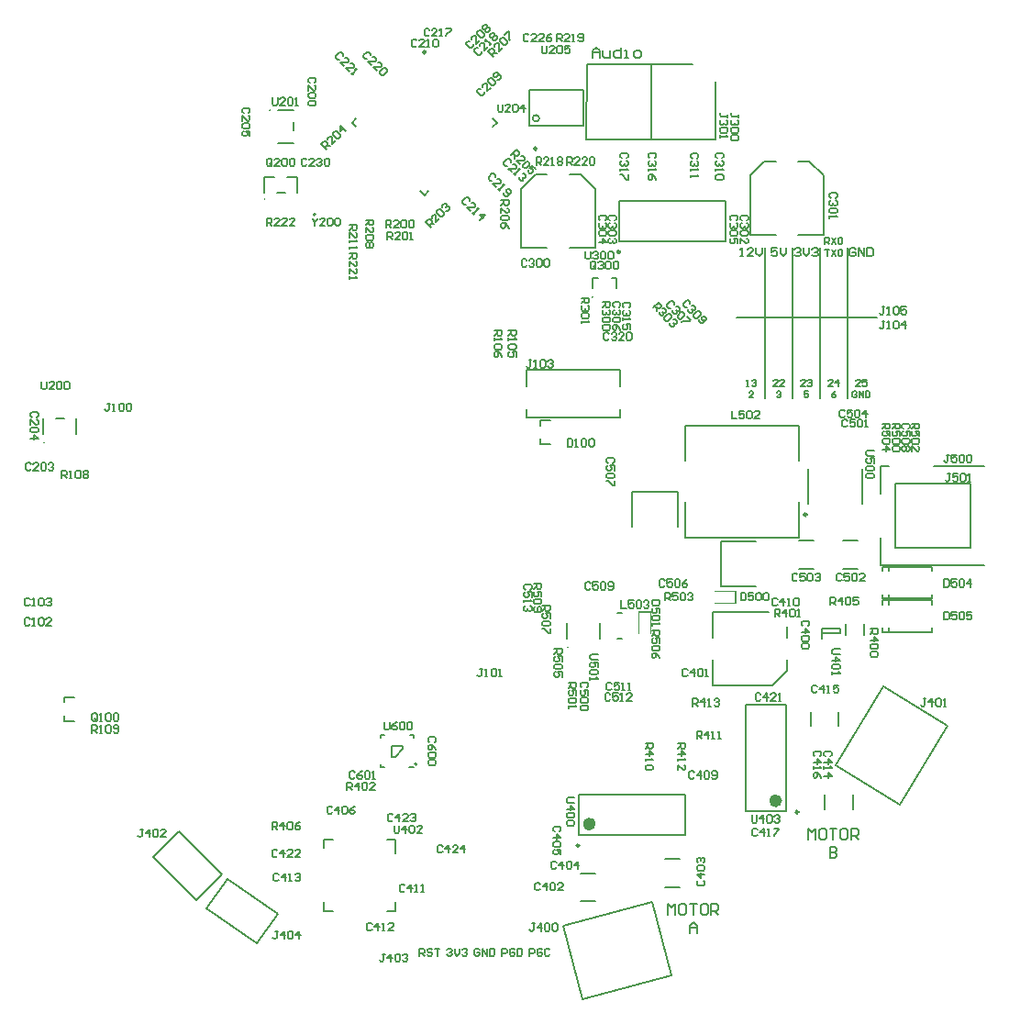
<source format=gto>
G04*
G04 #@! TF.GenerationSoftware,Altium Limited,Altium Designer,21.8.1 (53)*
G04*
G04 Layer_Color=65535*
%FSTAX43Y43*%
%MOMM*%
G71*
G04*
G04 #@! TF.SameCoordinates,4D8E118D-B1AD-4882-94AF-A7B266F95968*
G04*
G04*
G04 #@! TF.FilePolarity,Positive*
G04*
G01*
G75*
%ADD10C,0.200*%
%ADD11C,0.250*%
%ADD12C,0.600*%
%ADD13C,0.150*%
%ADD14C,0.100*%
%ADD15C,0.175*%
%ADD16C,0.170*%
D10*
X-000745Y-002295D02*
G03*
X-000745Y-002295I-00001J0D01*
G01*
X0008775Y002015D02*
G03*
X0008775Y002015I-000005J0D01*
G01*
X-0021Y0037421D02*
G03*
X-0021Y0037421I-000005J0D01*
G01*
X-0016802Y0027774D02*
G03*
X-0016802Y0027774I-00001J0D01*
G01*
X0006475Y-001215D02*
G03*
X0006475Y-001215I-000005J0D01*
G01*
X000385Y003665D02*
G03*
X000385Y003665I-00003J0D01*
G01*
X-0021475Y0029175D02*
G03*
X-0021475Y0029175I-000005J0D01*
G01*
X-0041848Y0006744D02*
G03*
X-0041848Y0006744I-000005J0D01*
G01*
X-0009445Y-0022265D02*
X-0008735Y-0021555D01*
X-0009765Y-0022265D02*
X-0009445D01*
X-0009765D02*
Y-0021235D01*
X-0008735D01*
Y-0021555D02*
Y-0021235D01*
X0011Y0021D02*
Y002195D01*
X00088Y0021D02*
Y002195D01*
X0009275D01*
X0010525D02*
X0011D01*
X-00203Y0037421D02*
X-00188D01*
X-00203Y0034371D02*
X-00188D01*
Y0035521D02*
Y0036271D01*
X0006425Y-00114D02*
Y-00099D01*
X0009475Y-00114D02*
Y-00099D01*
X0032175Y-0011025D02*
Y-0010025D01*
X0033875Y-0011025D02*
Y-0010025D01*
X00029Y003595D02*
X00079D01*
X00029Y003925D02*
X00079D01*
X00029Y003595D02*
Y003925D01*
X00079Y003595D02*
Y003925D01*
X-0020375Y002975D02*
X-0019625D01*
X-0019375Y003125D02*
X-0018475D01*
X-0021525D02*
X-0020625D01*
X-0021525Y002975D02*
Y003125D01*
X-0018475Y002975D02*
Y003125D01*
X0003925Y0008775D02*
X0004875D01*
X0003925Y0006575D02*
X0004875D01*
X0003925D02*
Y000705D01*
Y00083D02*
Y0008775D01*
X-0039975Y-001675D02*
X-0039025D01*
X-0039975Y-001895D02*
X-0039025D01*
X-0039975D02*
Y-0018475D01*
Y-0017225D02*
Y-001675D01*
X-0041898Y0008994D02*
X-0041898Y0007494D01*
X-0038848Y0007494D02*
X-0038848Y0008994D01*
X-0040748Y0008994D02*
X-0039998Y0008994D01*
X0028667Y-002991D02*
Y-002891D01*
X0029001Y-0029244D01*
X0029334Y-002891D01*
Y-002991D01*
X0030167Y-002891D02*
X0029834D01*
X0029667Y-0029077D01*
Y-0029743D01*
X0029834Y-002991D01*
X0030167D01*
X0030334Y-0029743D01*
Y-0029077D01*
X0030167Y-002891D01*
X0030667D02*
X0031333D01*
X0031D01*
Y-002991D01*
X0032166Y-002891D02*
X0031833D01*
X0031666Y-0029077D01*
Y-0029743D01*
X0031833Y-002991D01*
X0032166D01*
X0032333Y-0029743D01*
Y-0029077D01*
X0032166Y-002891D01*
X0032666Y-002991D02*
Y-002891D01*
X0033166D01*
X0033333Y-0029077D01*
Y-002941D01*
X0033166Y-0029577D01*
X0032666D01*
X0032999D02*
X0033333Y-002991D01*
X0030667Y-003059D02*
Y-003159D01*
X0031167D01*
X0031333Y-0031423D01*
Y-0031256D01*
X0031167Y-003109D01*
X0030667D01*
X0031167D01*
X0031333Y-0030923D01*
Y-0030757D01*
X0031167Y-003059D01*
X0030667D01*
X0015742Y-003686D02*
Y-003586D01*
X0016076Y-0036194D01*
X0016409Y-003586D01*
Y-003686D01*
X0017242Y-003586D02*
X0016909D01*
X0016742Y-0036027D01*
Y-0036693D01*
X0016909Y-003686D01*
X0017242D01*
X0017409Y-0036693D01*
Y-0036027D01*
X0017242Y-003586D01*
X0017742D02*
X0018408D01*
X0018075D01*
Y-003686D01*
X0019241Y-003586D02*
X0018908D01*
X0018741Y-0036027D01*
Y-0036693D01*
X0018908Y-003686D01*
X0019241D01*
X0019408Y-0036693D01*
Y-0036027D01*
X0019241Y-003586D01*
X0019741Y-003686D02*
Y-003586D01*
X0020241D01*
X0020408Y-0036027D01*
Y-003636D01*
X0020241Y-0036527D01*
X0019741D01*
X0020074D02*
X0020408Y-003686D01*
X0017742Y-003854D02*
Y-0037873D01*
X0018075Y-003754D01*
X0018408Y-0037873D01*
Y-003854D01*
Y-003804D01*
X0017742D01*
X0008751Y00422D02*
Y0042867D01*
X0009084Y00432D01*
X0009417Y0042867D01*
Y00422D01*
Y00427D01*
X0008751D01*
X000975Y0042867D02*
Y0042367D01*
X0009917Y00422D01*
X0010417D01*
Y0042867D01*
X0011417Y00432D02*
Y00422D01*
X0010917D01*
X001075Y0042367D01*
Y00427D01*
X0010917Y0042867D01*
X0011417D01*
X001175Y00422D02*
X0012083D01*
X0011916D01*
Y0042867D01*
X001175D01*
X0012749Y00422D02*
X0013083D01*
X0013249Y0042367D01*
Y00427D01*
X0013083Y0042867D01*
X0012749D01*
X0012583Y00427D01*
Y0042367D01*
X0012749Y00422D01*
D11*
X0027775Y-0027375D02*
G03*
X0027775Y-0027375I-0000125J0D01*
G01*
X000755Y-003045D02*
G03*
X000755Y-003045I-0000125J0D01*
G01*
X0011314Y0024325D02*
G03*
X0011314Y0024325I-0000125J0D01*
G01*
X0028545Y0000075D02*
G03*
X0028545Y0000075I-0000125J0D01*
G01*
X-0006621Y0042755D02*
G03*
X-0006621Y0042755I-0000125J0D01*
G01*
X0003625Y003385D02*
G03*
X0003625Y003385I-0000125J0D01*
G01*
D12*
X0025975Y-0026325D02*
G03*
X0025975Y-0026325I-00003J0D01*
G01*
X0008775Y-0028475D02*
G03*
X0008775Y-0028475I-00003J0D01*
G01*
D13*
X-0022211Y-0039512D02*
X-002029Y-0036768D01*
X-0024921Y-0033531D02*
X-002029Y-0036768D01*
X-0026842Y-0036275D02*
X-0022211Y-0039512D01*
X-0026842Y-0036275D02*
X-0024921Y-0033531D01*
X-0027805Y-0035475D02*
X-0025436Y-0033106D01*
X-0029434Y-0029114D02*
X-0025436Y-0033106D01*
X-0031802Y-0031482D02*
X-0027805Y-0035475D01*
X-0031802Y-0031482D02*
X-0029434Y-0029114D01*
X-000775Y-002055D02*
Y-002025D01*
X-000805D02*
X-000775D01*
X-001075D02*
X-001045D01*
X-001075Y-002055D02*
Y-002025D01*
Y-002325D02*
Y-002295D01*
Y-002325D02*
X-001045D01*
X-000815D02*
X-000775D01*
X00199Y-00089D02*
X0025D01*
X00199Y-0011275D02*
Y-00089D01*
Y-00157D02*
Y-0013325D01*
Y-00157D02*
X0025362D01*
X00267Y-0011275D02*
Y-0010238D01*
X0025362Y-00157D02*
X00267Y-0014363D01*
Y-0013325D01*
X00302Y-002715D02*
Y-00258D01*
X00328Y-002715D02*
Y-00258D01*
X002665Y-00273D02*
Y-00175D01*
X002295Y-00273D02*
Y-00175D01*
Y-00273D02*
X002665D01*
X002295Y-00175D02*
X002665D01*
X00075Y-002945D02*
X00173D01*
X00075Y-002575D02*
X00173D01*
X00075Y-002945D02*
Y-002575D01*
X00173Y-002945D02*
Y-002575D01*
X0011264Y0025325D02*
X0021064D01*
X0011264Y0029025D02*
X0021064D01*
X0011264Y0025325D02*
Y0029025D01*
X0021064Y0025325D02*
Y0029025D01*
X-00102Y-00299D02*
X-00094D01*
X-00102Y-00365D02*
X-00094D01*
Y-00357D01*
X-0016Y-00365D02*
X-00152D01*
X-0016D02*
Y-00357D01*
Y-00299D02*
X-00152D01*
X-0016Y-00307D02*
Y-00299D01*
X-00094Y-00312D02*
Y-00299D01*
X001245Y00022D02*
X001665D01*
Y-0001D02*
Y00022D01*
X001245Y-0001D02*
Y00022D01*
X0017345Y0005025D02*
Y0008275D01*
X0027845Y0005025D02*
Y0008275D01*
X0017345Y-0002025D02*
X0017345Y0001225D01*
X0027845Y-0002025D02*
Y0001225D01*
X0017345Y0008275D02*
X0027845D01*
X0017345Y-0002025D02*
X0027845D01*
X001105Y-0008975D02*
X00115D01*
X001105Y-0011375D02*
X00115D01*
X003365Y00011D02*
Y00043D01*
X002865Y00011D02*
Y00043D01*
X0035579Y-0015794D02*
X0041536Y-0019374D01*
X0031206Y-0023072D02*
X0035579Y-0015794D01*
X0031206Y-0023072D02*
X0037164Y-0026651D01*
X0041536Y-0019374D01*
X00315Y-001945D02*
Y-00181D01*
X00289Y-001945D02*
Y-00181D01*
X0029975Y-0011375D02*
X0029975Y-00109D01*
Y-00104D02*
X0031675D01*
X0029975Y-00109D02*
X0031675D01*
X0031675Y-00104D02*
X0031675Y-00109D01*
X0029975D02*
Y-00104D01*
X-0013429Y003625D02*
X-0013075Y0035896D01*
X-0013429Y003625D02*
X-0013075Y0036604D01*
X-00071Y0029921D02*
X-0006746Y0029568D01*
X-0006393Y0029921D01*
X-0000418Y0035896D02*
X-0000064Y003625D01*
X-0000418Y0036604D02*
X-0000064Y003625D01*
X0008225Y0034675D02*
X000825Y0041625D01*
X0008225Y0034675D02*
X0014175D01*
Y0041625D01*
X000825D02*
X0014175D01*
X00355Y-000785D02*
X00401D01*
X00355Y-001075D02*
X00401D01*
X00355Y-0008225D02*
Y-000785D01*
X00401Y-0008225D02*
Y-000785D01*
X00355Y-001075D02*
Y-0010375D01*
X00401Y-001075D02*
Y-0010375D01*
X0036125Y-0008225D02*
Y-000785D01*
Y-001075D02*
Y-0010375D01*
X0027725Y00327D02*
X0028762D01*
X00301Y0031362D01*
X00233D02*
X0024637Y00327D01*
X0025675D01*
X00301Y00259D02*
Y0031362D01*
X0027725Y00259D02*
X00301D01*
X00233D02*
X0025675D01*
X00233D02*
Y0031362D01*
X0043625Y-0002975D02*
Y000295D01*
X0036675Y-0002975D02*
X0043625D01*
X0036675D02*
Y0002975D01*
X0043625Y000295D01*
X0035375Y-0004575D02*
X00449D01*
X0035375D02*
Y-0002075D01*
Y0002D02*
Y0004575D01*
X0036125D01*
X0040275D02*
X00449D01*
X0011325Y0009075D02*
Y0009825D01*
X0002675Y0009075D02*
Y0009825D01*
Y0009075D02*
X0011325D01*
Y0011875D02*
Y00134D01*
X0002675Y0011875D02*
Y00134D01*
X0011325D01*
X0020145Y0034675D02*
Y004D01*
X0014195Y0034675D02*
X0020145D01*
X001422Y0041625D02*
X0018D01*
X0022075Y001825D02*
X0035D01*
X003232Y00108D02*
Y00247D01*
X002978Y00108D02*
Y00247D01*
X002724Y00108D02*
Y00247D01*
X00247Y00108D02*
Y00247D01*
X0020625Y-0006575D02*
Y-0002375D01*
X0023825D01*
X0020625Y-0006575D02*
X0023825D01*
X0006039Y-0037887D02*
X001424Y-003569D01*
X0016039Y-0042403D01*
X0007838Y-00446D02*
X0016039Y-0042403D01*
X0006039Y-0037887D02*
X0007838Y-00446D01*
X0014195Y0034675D02*
X001422Y0041625D01*
X00355Y-000475D02*
X00401D01*
X00355Y-000765D02*
X00401D01*
X00355Y-0005125D02*
Y-000475D01*
X00401Y-0005125D02*
Y-000475D01*
X00355Y-000765D02*
Y-0007275D01*
X00401Y-000765D02*
Y-0007275D01*
X0036125Y-0005125D02*
Y-000475D01*
Y-000765D02*
Y-0007275D01*
X00022Y0024675D02*
X00022Y0030137D01*
X00022Y0024675D02*
X0004575D01*
X0006625D02*
X0009D01*
X0009Y0030137D01*
X0003537Y0031475D02*
X0004575D01*
X00022Y0030137D02*
X0003537Y0031475D01*
X0007662D02*
X0009Y0030137D01*
X0006625Y0031475D02*
X0007662D01*
X00278Y-0002325D02*
X002915D01*
X00278Y-0004925D02*
X002915D01*
X00319Y-0002325D02*
X003325D01*
X00319Y-0004925D02*
X003325D01*
X000765Y-0033D02*
X0009D01*
X000765Y-00356D02*
X0009D01*
X001545Y-00343D02*
X00168D01*
X001545Y-00317D02*
X00168D01*
X002297Y001194D02*
X002317D01*
X002307D01*
Y001254D01*
X002297Y001244D01*
X002347D02*
X002357Y001254D01*
X002377D01*
X002387Y001244D01*
Y001234D01*
X002377Y001224D01*
X002367D01*
X002377D01*
X002387Y001214D01*
Y001204D01*
X002377Y001194D01*
X002357D01*
X002347Y001204D01*
X002362Y001086D02*
X002322D01*
X002362Y001126D01*
Y001136D01*
X002352Y001146D01*
X002332D01*
X002322Y001136D01*
X003094Y001194D02*
X003054D01*
X003094Y001234D01*
Y001244D01*
X003084Y001254D01*
X003064D01*
X003054Y001244D01*
X003144Y001194D02*
Y001254D01*
X003114Y001224D01*
X003154D01*
X003124Y001146D02*
X003104Y001136D01*
X003084Y001116D01*
Y001096D01*
X003094Y001086D01*
X003114D01*
X003124Y001096D01*
Y001106D01*
X003114Y001116D01*
X003084D01*
X003348Y001194D02*
X003308D01*
X003348Y001234D01*
Y001244D01*
X003338Y001254D01*
X003318D01*
X003308Y001244D01*
X003408Y001254D02*
X003368D01*
Y001224D01*
X003388Y001234D01*
X003398D01*
X003408Y001224D01*
Y001204D01*
X003398Y001194D01*
X003378D01*
X003368Y001204D01*
X003318Y001136D02*
X003308Y001146D01*
X003288D01*
X003278Y001136D01*
Y001096D01*
X003288Y001086D01*
X003308D01*
X003318Y001096D01*
Y001116D01*
X003298D01*
X003338Y001086D02*
Y001146D01*
X003378Y001086D01*
Y001146D01*
X003398D02*
Y001086D01*
X003428D01*
X003438Y001096D01*
Y001136D01*
X003428Y001146D01*
X003398D01*
X0003575Y003235D02*
Y003305D01*
X0003925D01*
X0004042Y0032933D01*
Y00327D01*
X0003925Y0032583D01*
X0003575D01*
X0003809D02*
X0004042Y003235D01*
X0004742D02*
X0004275D01*
X0004742Y0032817D01*
Y0032933D01*
X0004625Y003305D01*
X0004392D01*
X0004275Y0032933D01*
X0004975Y003235D02*
X0005208D01*
X0005092D01*
Y003305D01*
X0004975Y0032933D01*
X0005558D02*
X0005675Y003305D01*
X0005908D01*
X0006025Y0032933D01*
Y0032817D01*
X0005908Y00327D01*
X0006025Y0032583D01*
Y0032467D01*
X0005908Y003235D01*
X0005675D01*
X0005558Y0032467D01*
Y0032583D01*
X0005675Y00327D01*
X0005558Y0032817D01*
Y0032933D01*
X0005675Y00327D02*
X0005908D01*
X00284Y001194D02*
X0028D01*
X00284Y001234D01*
Y001244D01*
X00283Y001254D01*
X00281D01*
X0028Y001244D01*
X00286D02*
X00287Y001254D01*
X00289D01*
X0029Y001244D01*
Y001234D01*
X00289Y001224D01*
X00288D01*
X00289D01*
X0029Y001214D01*
Y001204D01*
X00289Y001194D01*
X00287D01*
X00286Y001204D01*
X00287Y001146D02*
X00283D01*
Y001116D01*
X00285Y001126D01*
X00286D01*
X00287Y001116D01*
Y001096D01*
X00286Y001086D01*
X00284D01*
X00283Y001096D01*
X002586Y001194D02*
X002546D01*
X002586Y001234D01*
Y001244D01*
X002576Y001254D01*
X002556D01*
X002546Y001244D01*
X002646Y001194D02*
X002606D01*
X002646Y001234D01*
Y001244D01*
X002636Y001254D01*
X002616D01*
X002606Y001244D01*
X002576Y001136D02*
X002586Y001146D01*
X002606D01*
X002616Y001136D01*
Y001126D01*
X002606Y001116D01*
X002596D01*
X002606D01*
X002616Y001106D01*
Y001096D01*
X002606Y001086D01*
X002586D01*
X002576Y001096D01*
X003024Y002504D02*
Y002564D01*
X003054D01*
X003064Y002554D01*
Y002534D01*
X003054Y002524D01*
X003024D01*
X003044D02*
X003064Y002504D01*
X003084Y002564D02*
X003124Y002504D01*
Y002564D02*
X003084Y002504D01*
X003144Y002554D02*
X003154Y002564D01*
X003174D01*
X003184Y002554D01*
Y002514D01*
X003174Y002504D01*
X003154D01*
X003144Y002514D01*
Y002554D01*
X003024Y002456D02*
X003064D01*
X003044D01*
Y002396D01*
X003084Y002456D02*
X003124Y002396D01*
Y002456D02*
X003084Y002396D01*
X003144Y002446D02*
X003154Y002456D01*
X003174D01*
X003184Y002446D01*
Y002406D01*
X003174Y002396D01*
X003154D01*
X003144Y002406D01*
Y002446D01*
X-0020266Y-0038375D02*
X-00205D01*
X-0020383D01*
Y-0038958D01*
X-00205Y-0039075D01*
X-0020616D01*
X-0020733Y-0038958D01*
X-0019683Y-0039075D02*
Y-0038375D01*
X-0020033Y-0038725D01*
X-0019567D01*
X-0019333Y-0038492D02*
X-0019217Y-0038375D01*
X-0018983D01*
X-0018867Y-0038492D01*
Y-0038958D01*
X-0018983Y-0039075D01*
X-0019217D01*
X-0019333Y-0038958D01*
Y-0038492D01*
X-0018284Y-0039075D02*
Y-0038375D01*
X-0018634Y-0038725D01*
X-0018167D01*
X-0013883Y-0025325D02*
Y-0024625D01*
X-0013533D01*
X-0013416Y-0024742D01*
Y-0024975D01*
X-0013533Y-0025092D01*
X-0013883D01*
X-001365D02*
X-0013416Y-0025325D01*
X-0012833D02*
Y-0024625D01*
X-0013183Y-0024975D01*
X-0012717D01*
X-0012483Y-0024742D02*
X-0012367Y-0024625D01*
X-0012133D01*
X-0012017Y-0024742D01*
Y-0025208D01*
X-0012133Y-0025325D01*
X-0012367D01*
X-0012483Y-0025208D01*
Y-0024742D01*
X-0011317Y-0025325D02*
X-0011784D01*
X-0011317Y-0024858D01*
Y-0024742D01*
X-0011434Y-0024625D01*
X-0011667D01*
X-0011784Y-0024742D01*
X-0015266Y-0026942D02*
X-0015383Y-0026825D01*
X-0015616D01*
X-0015733Y-0026942D01*
Y-0027408D01*
X-0015616Y-0027525D01*
X-0015383D01*
X-0015266Y-0027408D01*
X-0014683Y-0027525D02*
Y-0026825D01*
X-0015033Y-0027175D01*
X-0014567D01*
X-0014333Y-0026942D02*
X-0014217Y-0026825D01*
X-0013983D01*
X-0013867Y-0026942D01*
Y-0027408D01*
X-0013983Y-0027525D01*
X-0014217D01*
X-0014333Y-0027408D01*
Y-0026942D01*
X-0013167Y-0026825D02*
X-00134Y-0026942D01*
X-0013634Y-0027175D01*
Y-0027408D01*
X-0013517Y-0027525D01*
X-0013284D01*
X-0013167Y-0027408D01*
Y-0027292D01*
X-0013284Y-0027175D01*
X-0013634D01*
X0030733Y-0022242D02*
X003085Y-0022125D01*
Y-0021892D01*
X0030733Y-0021775D01*
X0030267D01*
X003015Y-0021892D01*
Y-0022125D01*
X0030267Y-0022242D01*
X003015Y-0022825D02*
X003085D01*
X00305Y-0022475D01*
Y-0022942D01*
X003015Y-0023175D02*
Y-0023408D01*
Y-0023292D01*
X003085D01*
X0030733Y-0023175D01*
X003015Y-0024108D02*
X003085D01*
X00305Y-0023758D01*
Y-0024225D01*
X003825Y0008483D02*
X003895D01*
Y0008133D01*
X0038833Y0008016D01*
X00386D01*
X0038483Y0008133D01*
Y0008483D01*
Y000825D02*
X003825Y0008016D01*
X003895Y0007317D02*
Y0007783D01*
X00386D01*
X0038717Y000755D01*
Y0007433D01*
X00386Y0007317D01*
X0038367D01*
X003825Y0007433D01*
Y0007667D01*
X0038367Y0007783D01*
X0038833Y0007083D02*
X003895Y0006967D01*
Y0006733D01*
X0038833Y0006617D01*
X0038367D01*
X003825Y0006733D01*
Y0006967D01*
X0038367Y0007083D01*
X0038833D01*
X003825Y0005917D02*
Y0006384D01*
X0038717Y0005917D01*
X0038833D01*
X003895Y0006034D01*
Y0006267D01*
X0038833Y0006384D01*
X000655Y-0015434D02*
X000725D01*
Y-0015784D01*
X0007133Y-00159D01*
X00069D01*
X0006783Y-0015784D01*
Y-0015434D01*
Y-0015667D02*
X000655Y-00159D01*
X000725Y-00166D02*
Y-0016133D01*
X00069D01*
X0007017Y-0016367D01*
Y-0016483D01*
X00069Y-00166D01*
X0006667D01*
X000655Y-0016483D01*
Y-001625D01*
X0006667Y-0016133D01*
X0007133Y-0016833D02*
X000725Y-001695D01*
Y-0017183D01*
X0007133Y-00173D01*
X0006667D01*
X000655Y-0017183D01*
Y-001695D01*
X0006667Y-0016833D01*
X0007133D01*
X000655Y-0017533D02*
Y-0017766D01*
Y-001765D01*
X000725D01*
X0007133Y-0017533D01*
X003645Y0008483D02*
X003715D01*
Y0008133D01*
X0037033Y0008016D01*
X00368D01*
X0036683Y0008133D01*
Y0008483D01*
Y000825D02*
X003645Y0008016D01*
X003715Y0007317D02*
Y0007783D01*
X00368D01*
X0036917Y000755D01*
Y0007433D01*
X00368Y0007317D01*
X0036567D01*
X003645Y0007433D01*
Y0007667D01*
X0036567Y0007783D01*
X0037033Y0007083D02*
X003715Y0006967D01*
Y0006733D01*
X0037033Y0006617D01*
X0036567D01*
X003645Y0006733D01*
Y0006967D01*
X0036567Y0007083D01*
X0037033D01*
Y0006384D02*
X003715Y0006267D01*
Y0006034D01*
X0037033Y0005917D01*
X0036567D01*
X003645Y0006034D01*
Y0006267D01*
X0036567Y0006384D01*
X0037033D01*
X0032054Y0009633D02*
X0031937Y000975D01*
X0031704D01*
X0031587Y0009633D01*
Y0009167D01*
X0031704Y000905D01*
X0031937D01*
X0032054Y0009167D01*
X0032753Y000975D02*
X0032287D01*
Y00094D01*
X003252Y0009517D01*
X0032637D01*
X0032753Y00094D01*
Y0009167D01*
X0032637Y000905D01*
X0032403D01*
X0032287Y0009167D01*
X0032987Y0009633D02*
X0033103Y000975D01*
X0033336D01*
X0033453Y0009633D01*
Y0009167D01*
X0033336Y000905D01*
X0033103D01*
X0032987Y0009167D01*
Y0009633D01*
X0034036Y000905D02*
Y000975D01*
X0033686Y00094D01*
X0034153D01*
X00323Y0008733D02*
X0032184Y000885D01*
X003195D01*
X0031834Y0008733D01*
Y0008267D01*
X003195Y000815D01*
X0032184D01*
X00323Y0008267D01*
X0033Y000885D02*
X0032533D01*
Y00085D01*
X0032767Y0008617D01*
X0032883D01*
X0033Y00085D01*
Y0008267D01*
X0032883Y000815D01*
X003265D01*
X0032533Y0008267D01*
X0033233Y0008733D02*
X003335Y000885D01*
X0033583D01*
X00337Y0008733D01*
Y0008267D01*
X0033583Y000815D01*
X003335D01*
X0033233Y0008267D01*
Y0008733D01*
X0033933Y000815D02*
X0034166D01*
X003405D01*
Y000885D01*
X0033933Y0008733D01*
X0008233Y-0015884D02*
X000835Y-0015767D01*
Y-0015534D01*
X0008233Y-0015417D01*
X0007767D01*
X000765Y-0015534D01*
Y-0015767D01*
X0007767Y-0015884D01*
X000835Y-0016583D02*
Y-0016117D01*
X0008D01*
X0008117Y-001635D01*
Y-0016467D01*
X0008Y-0016583D01*
X0007767D01*
X000765Y-0016467D01*
Y-0016233D01*
X0007767Y-0016117D01*
X0008233Y-0016817D02*
X000835Y-0016933D01*
Y-0017167D01*
X0008233Y-0017283D01*
X0007767D01*
X000765Y-0017167D01*
Y-0016933D01*
X0007767Y-0016817D01*
X0008233D01*
Y-0017516D02*
X000835Y-0017633D01*
Y-0017866D01*
X0008233Y-0017983D01*
X0007767D01*
X000765Y-0017866D01*
Y-0017633D01*
X0007767Y-0017516D01*
X0008233D01*
X-0010391Y-004045D02*
X-0010625D01*
X-0010508D01*
Y-0041033D01*
X-0010625Y-004115D01*
X-0010741D01*
X-0010858Y-0041033D01*
X-0009808Y-004115D02*
Y-004045D01*
X-0010158Y-00408D01*
X-0009692D01*
X-0009458Y-0040567D02*
X-0009342Y-004045D01*
X-0009108D01*
X-0008992Y-0040567D01*
Y-0041033D01*
X-0009108Y-004115D01*
X-0009342D01*
X-0009458Y-0041033D01*
Y-0040567D01*
X-0008759D02*
X-0008642Y-004045D01*
X-0008409D01*
X-0008292Y-0040567D01*
Y-0040683D01*
X-0008409Y-00408D01*
X-0008525D01*
X-0008409D01*
X-0008292Y-0040917D01*
Y-0041033D01*
X-0008409Y-004115D01*
X-0008642D01*
X-0008759Y-0041033D01*
X0035742Y001925D02*
X0035509D01*
X0035625D01*
Y0018667D01*
X0035509Y001855D01*
X0035392D01*
X0035275Y0018667D01*
X0035975Y001855D02*
X0036208D01*
X0036092D01*
Y001925D01*
X0035975Y0019133D01*
X0036558D02*
X0036675Y001925D01*
X0036908D01*
X0037025Y0019133D01*
Y0018667D01*
X0036908Y001855D01*
X0036675D01*
X0036558Y0018667D01*
Y0019133D01*
X0037725Y001925D02*
X0037258D01*
Y00189D01*
X0037491Y0019017D01*
X0037608D01*
X0037725Y00189D01*
Y0018667D01*
X0037608Y001855D01*
X0037375D01*
X0037258Y0018667D01*
X0035742Y001795D02*
X0035509D01*
X0035625D01*
Y0017367D01*
X0035509Y001725D01*
X0035392D01*
X0035275Y0017367D01*
X0035975Y001725D02*
X0036208D01*
X0036092D01*
Y001795D01*
X0035975Y0017833D01*
X0036558D02*
X0036675Y001795D01*
X0036908D01*
X0037025Y0017833D01*
Y0017367D01*
X0036908Y001725D01*
X0036675D01*
X0036558Y0017367D01*
Y0017833D01*
X0037608Y001725D02*
Y001795D01*
X0037258Y00176D01*
X0037725D01*
X-0010433Y-0019075D02*
Y-0019658D01*
X-0010316Y-0019775D01*
X-0010083D01*
X-0009966Y-0019658D01*
Y-0019075D01*
X-0009267D02*
X-00095Y-0019192D01*
X-0009733Y-0019425D01*
Y-0019658D01*
X-0009617Y-0019775D01*
X-0009383D01*
X-0009267Y-0019658D01*
Y-0019542D01*
X-0009383Y-0019425D01*
X-0009733D01*
X-0009033Y-0019192D02*
X-0008917Y-0019075D01*
X-0008683D01*
X-0008567Y-0019192D01*
Y-0019658D01*
X-0008683Y-0019775D01*
X-0008917D01*
X-0009033Y-0019658D01*
Y-0019192D01*
X-0008334D02*
X-0008217Y-0019075D01*
X-0007984D01*
X-0007867Y-0019192D01*
Y-0019658D01*
X-0007984Y-0019775D01*
X-0008217D01*
X-0008334Y-0019658D01*
Y-0019192D01*
X-0013175Y-0023717D02*
X-0013291Y-00236D01*
X-0013525D01*
X-0013641Y-0023717D01*
Y-0024183D01*
X-0013525Y-00243D01*
X-0013291D01*
X-0013175Y-0024183D01*
X-0012475Y-00236D02*
X-0012708Y-0023717D01*
X-0012942Y-002395D01*
Y-0024183D01*
X-0012825Y-00243D01*
X-0012592D01*
X-0012475Y-0024183D01*
Y-0024067D01*
X-0012592Y-002395D01*
X-0012942D01*
X-0012242Y-0023717D02*
X-0012125Y-00236D01*
X-0011892D01*
X-0011775Y-0023717D01*
Y-0024183D01*
X-0011892Y-00243D01*
X-0012125D01*
X-0012242Y-0024183D01*
Y-0023717D01*
X-0011542Y-00243D02*
X-0011309D01*
X-0011425D01*
Y-00236D01*
X-0011542Y-0023717D01*
X-0005792Y-0020934D02*
X-0005675Y-0020817D01*
Y-0020584D01*
X-0005792Y-0020467D01*
X-0006258D01*
X-0006375Y-0020584D01*
Y-0020817D01*
X-0006258Y-0020934D01*
X-0005675Y-0021633D02*
X-0005792Y-00214D01*
X-0006025Y-0021167D01*
X-0006258D01*
X-0006375Y-0021283D01*
Y-0021517D01*
X-0006258Y-0021633D01*
X-0006142D01*
X-0006025Y-0021517D01*
Y-0021167D01*
X-0005792Y-0021867D02*
X-0005675Y-0021983D01*
Y-0022217D01*
X-0005792Y-0022333D01*
X-0006258D01*
X-0006375Y-0022217D01*
Y-0021983D01*
X-0006258Y-0021867D01*
X-0005792D01*
Y-0022566D02*
X-0005675Y-0022683D01*
Y-0022916D01*
X-0005792Y-0023033D01*
X-0006258D01*
X-0006375Y-0022916D01*
Y-0022683D01*
X-0006258Y-0022566D01*
X-0005792D01*
X0006475Y000705D02*
Y000635D01*
X0006825D01*
X0006942Y0006467D01*
Y0006933D01*
X0006825Y000705D01*
X0006475D01*
X0007175Y000635D02*
X0007408D01*
X0007292D01*
Y000705D01*
X0007175Y0006933D01*
X0007758D02*
X0007875Y000705D01*
X0008108D01*
X0008225Y0006933D01*
Y0006467D01*
X0008108Y000635D01*
X0007875D01*
X0007758Y0006467D01*
Y0006933D01*
X0008458D02*
X0008575Y000705D01*
X0008808D01*
X0008925Y0006933D01*
Y0006467D01*
X0008808Y000635D01*
X0008575D01*
X0008458Y0006467D01*
Y0006933D01*
X-0037425Y-002005D02*
Y-001935D01*
X-0037075D01*
X-0036958Y-0019467D01*
Y-00197D01*
X-0037075Y-0019817D01*
X-0037425D01*
X-0037191D02*
X-0036958Y-002005D01*
X-0036725D02*
X-0036492D01*
X-0036608D01*
Y-001935D01*
X-0036725Y-0019467D01*
X-0036142D02*
X-0036025Y-001935D01*
X-0035792D01*
X-0035675Y-0019467D01*
Y-0019933D01*
X-0035792Y-002005D01*
X-0036025D01*
X-0036142Y-0019933D01*
Y-0019467D01*
X-0035442Y-0019933D02*
X-0035325Y-002005D01*
X-0035092D01*
X-0034975Y-0019933D01*
Y-0019467D01*
X-0035092Y-001935D01*
X-0035325D01*
X-0035442Y-0019467D01*
Y-0019583D01*
X-0035325Y-00197D01*
X-0034975D01*
X-0036958Y-0018833D02*
Y-0018367D01*
X-0037075Y-001825D01*
X-0037308D01*
X-0037425Y-0018367D01*
Y-0018833D01*
X-0037308Y-001895D01*
X-0037075D01*
X-0037191Y-0018717D02*
X-0036958Y-001895D01*
X-0037075D02*
X-0036958Y-0018833D01*
X-0036725Y-001895D02*
X-0036492D01*
X-0036608D01*
Y-001825D01*
X-0036725Y-0018367D01*
X-0036142D02*
X-0036025Y-001825D01*
X-0035792D01*
X-0035675Y-0018367D01*
Y-0018833D01*
X-0035792Y-001895D01*
X-0036025D01*
X-0036142Y-0018833D01*
Y-0018367D01*
X-0035442D02*
X-0035325Y-001825D01*
X-0035092D01*
X-0034975Y-0018367D01*
Y-0018833D01*
X-0035092Y-001895D01*
X-0035325D01*
X-0035442Y-0018833D01*
Y-0018367D01*
X0003142Y001435D02*
X0002909D01*
X0003025D01*
Y0013767D01*
X0002909Y001365D01*
X0002792D01*
X0002675Y0013767D01*
X0003375Y001365D02*
X0003608D01*
X0003492D01*
Y001435D01*
X0003375Y0014233D01*
X0003958D02*
X0004075Y001435D01*
X0004308D01*
X0004425Y0014233D01*
Y0013767D01*
X0004308Y001365D01*
X0004075D01*
X0003958Y0013767D01*
Y0014233D01*
X0004658D02*
X0004775Y001435D01*
X0005008D01*
X0005125Y0014233D01*
Y0014117D01*
X0005008Y0014D01*
X0004891D01*
X0005008D01*
X0005125Y0013883D01*
Y0013767D01*
X0005008Y001365D01*
X0004775D01*
X0004658Y0013767D01*
X0041684Y00056D02*
X004145D01*
X0041567D01*
Y0005017D01*
X004145Y00049D01*
X0041334D01*
X0041217Y0005017D01*
X0042383Y00056D02*
X0041917D01*
Y000525D01*
X004215Y0005367D01*
X0042267D01*
X0042383Y000525D01*
Y0005017D01*
X0042267Y00049D01*
X0042033D01*
X0041917Y0005017D01*
X0042617Y0005483D02*
X0042733Y00056D01*
X0042967D01*
X0043083Y0005483D01*
Y0005017D01*
X0042967Y00049D01*
X0042733D01*
X0042617Y0005017D01*
Y0005483D01*
X0043316D02*
X0043433Y00056D01*
X0043666D01*
X0043783Y0005483D01*
Y0005017D01*
X0043666Y00049D01*
X0043433D01*
X0043316Y0005017D01*
Y0005483D01*
X00418Y000385D02*
X0041567D01*
X0041684D01*
Y0003267D01*
X0041567Y000315D01*
X004145D01*
X0041334Y0003267D01*
X00425Y000385D02*
X0042033D01*
Y00035D01*
X0042267Y0003617D01*
X0042383D01*
X00425Y00035D01*
Y0003267D01*
X0042383Y000315D01*
X004215D01*
X0042033Y0003267D01*
X0042733Y0003733D02*
X004285Y000385D01*
X0043083D01*
X00432Y0003733D01*
Y0003267D01*
X0043083Y000315D01*
X004285D01*
X0042733Y0003267D01*
Y0003733D01*
X0043433Y000315D02*
X0043666D01*
X004355D01*
Y000385D01*
X0043433Y0003733D01*
X0031233Y00293D02*
X003135Y0029416D01*
Y002965D01*
X0031233Y0029766D01*
X0030767D01*
X003065Y002965D01*
Y0029416D01*
X0030767Y00293D01*
X0031233Y0029067D02*
X003135Y002895D01*
Y0028717D01*
X0031233Y00286D01*
X0031117D01*
X0031Y0028717D01*
Y0028833D01*
Y0028717D01*
X0030883Y00286D01*
X0030767D01*
X003065Y0028717D01*
Y002895D01*
X0030767Y0029067D01*
X0031233Y0028367D02*
X003135Y002825D01*
Y0028017D01*
X0031233Y00279D01*
X0030767D01*
X003065Y0028017D01*
Y002825D01*
X0030767Y0028367D01*
X0031233D01*
X003065Y0027667D02*
Y0027434D01*
Y002755D01*
X003135D01*
X0031233Y0027667D01*
X0041217Y-00089D02*
Y-00096D01*
X0041567D01*
X0041684Y-0009483D01*
Y-0009017D01*
X0041567Y-00089D01*
X0041217D01*
X0042383D02*
X0041917D01*
Y-000925D01*
X004215Y-0009133D01*
X0042267D01*
X0042383Y-000925D01*
Y-0009483D01*
X0042267Y-00096D01*
X0042033D01*
X0041917Y-0009483D01*
X0042617Y-0009017D02*
X0042733Y-00089D01*
X0042967D01*
X0043083Y-0009017D01*
Y-0009483D01*
X0042967Y-00096D01*
X0042733D01*
X0042617Y-0009483D01*
Y-0009017D01*
X0043783Y-00089D02*
X0043316D01*
Y-000925D01*
X004355Y-0009133D01*
X0043666D01*
X0043783Y-000925D01*
Y-0009483D01*
X0043666Y-00096D01*
X0043433D01*
X0043316Y-0009483D01*
X0041217Y-00059D02*
Y-00066D01*
X0041567D01*
X0041684Y-0006483D01*
Y-0006017D01*
X0041567Y-00059D01*
X0041217D01*
X0042383D02*
X0041917D01*
Y-000625D01*
X004215Y-0006133D01*
X0042267D01*
X0042383Y-000625D01*
Y-0006483D01*
X0042267Y-00066D01*
X0042033D01*
X0041917Y-0006483D01*
X0042617Y-0006017D02*
X0042733Y-00059D01*
X0042967D01*
X0043083Y-0006017D01*
Y-0006483D01*
X0042967Y-00066D01*
X0042733D01*
X0042617Y-0006483D01*
Y-0006017D01*
X0043666Y-00066D02*
Y-00059D01*
X0043316Y-000625D01*
X0043783D01*
X-0021283Y002675D02*
Y002745D01*
X-0020933D01*
X-0020816Y0027333D01*
Y00271D01*
X-0020933Y0026983D01*
X-0021283D01*
X-002105D02*
X-0020816Y002675D01*
X-0020117D02*
X-0020583D01*
X-0020117Y0027217D01*
Y0027333D01*
X-0020233Y002745D01*
X-0020467D01*
X-0020583Y0027333D01*
X-0019417Y002675D02*
X-0019883D01*
X-0019417Y0027217D01*
Y0027333D01*
X-0019533Y002745D01*
X-0019767D01*
X-0019883Y0027333D01*
X-0018717Y002675D02*
X-0019184D01*
X-0018717Y0027217D01*
Y0027333D01*
X-0018834Y002745D01*
X-0019067D01*
X-0019184Y0027333D01*
X-0020816Y0032367D02*
Y0032833D01*
X-0020933Y003295D01*
X-0021166D01*
X-0021283Y0032833D01*
Y0032367D01*
X-0021166Y003225D01*
X-0020933D01*
X-002105Y0032483D02*
X-0020816Y003225D01*
X-0020933D02*
X-0020816Y0032367D01*
X-0020117Y003225D02*
X-0020583D01*
X-0020117Y0032717D01*
Y0032833D01*
X-0020233Y003295D01*
X-0020467D01*
X-0020583Y0032833D01*
X-0019883D02*
X-0019767Y003295D01*
X-0019533D01*
X-0019417Y0032833D01*
Y0032367D01*
X-0019533Y003225D01*
X-0019767D01*
X-0019883Y0032367D01*
Y0032833D01*
X-0019184D02*
X-0019067Y003295D01*
X-0018834D01*
X-0018717Y0032833D01*
Y0032367D01*
X-0018834Y003225D01*
X-0019067D01*
X-0019184Y0032367D01*
Y0032833D01*
X-001365Y0024166D02*
X-001295D01*
Y0023816D01*
X-0013067Y00237D01*
X-00133D01*
X-0013417Y0023816D01*
Y0024166D01*
Y0023933D02*
X-001365Y00237D01*
Y0023D02*
Y0023467D01*
X-0013183Y0023D01*
X-0013067D01*
X-001295Y0023117D01*
Y002335D01*
X-0013067Y0023467D01*
X-001365Y00223D02*
Y0022767D01*
X-0013183Y00223D01*
X-0013067D01*
X-001295Y0022417D01*
Y002265D01*
X-0013067Y0022767D01*
X-001365Y0022067D02*
Y0021834D01*
Y002195D01*
X-001295D01*
X-0013067Y0022067D01*
X0010284Y0016758D02*
X0010167Y0016875D01*
X0009934D01*
X0009817Y0016758D01*
Y0016292D01*
X0009934Y0016175D01*
X0010167D01*
X0010284Y0016292D01*
X0010517Y0016758D02*
X0010633Y0016875D01*
X0010867D01*
X0010983Y0016758D01*
Y0016642D01*
X0010867Y0016525D01*
X001075D01*
X0010867D01*
X0010983Y0016408D01*
Y0016292D01*
X0010867Y0016175D01*
X0010633D01*
X0010517Y0016292D01*
X0011683Y0016175D02*
X0011217D01*
X0011683Y0016642D01*
Y0016758D01*
X0011567Y0016875D01*
X0011333D01*
X0011217Y0016758D01*
X0011916D02*
X0012033Y0016875D01*
X0012266D01*
X0012383Y0016758D01*
Y0016292D01*
X0012266Y0016175D01*
X0012033D01*
X0011916Y0016292D01*
Y0016758D01*
X002125Y0036716D02*
Y003695D01*
Y0036833D01*
X0020667D01*
X002055Y003695D01*
Y0037066D01*
X0020667Y0037183D01*
X0021133Y0036483D02*
X002125Y0036367D01*
Y0036133D01*
X0021133Y0036017D01*
X0021017D01*
X00209Y0036133D01*
Y003625D01*
Y0036133D01*
X0020783Y0036017D01*
X0020667D01*
X002055Y0036133D01*
Y0036367D01*
X0020667Y0036483D01*
X0021133Y0035783D02*
X002125Y0035667D01*
Y0035433D01*
X0021133Y0035317D01*
X0020667D01*
X002055Y0035433D01*
Y0035667D01*
X0020667Y0035783D01*
X0021133D01*
X002055Y0035084D02*
Y003485D01*
Y0034967D01*
X002125D01*
X0021133Y0035084D01*
X0011933Y0032958D02*
X001205Y0033075D01*
Y0033308D01*
X0011933Y0033425D01*
X0011467D01*
X001135Y0033308D01*
Y0033075D01*
X0011467Y0032958D01*
X0011933Y0032725D02*
X001205Y0032608D01*
Y0032375D01*
X0011933Y0032258D01*
X0011817D01*
X00117Y0032375D01*
Y0032492D01*
Y0032375D01*
X0011583Y0032258D01*
X0011467D01*
X001135Y0032375D01*
Y0032608D01*
X0011467Y0032725D01*
X001135Y0032025D02*
Y0031792D01*
Y0031908D01*
X001205D01*
X0011933Y0032025D01*
X001205Y0031442D02*
Y0030975D01*
X0011933D01*
X0011467Y0031442D01*
X001135D01*
X0014533Y0032958D02*
X001465Y0033075D01*
Y0033308D01*
X0014533Y0033425D01*
X0014067D01*
X001395Y0033308D01*
Y0033075D01*
X0014067Y0032958D01*
X0014533Y0032725D02*
X001465Y0032608D01*
Y0032375D01*
X0014533Y0032258D01*
X0014417D01*
X00143Y0032375D01*
Y0032492D01*
Y0032375D01*
X0014183Y0032258D01*
X0014067D01*
X001395Y0032375D01*
Y0032608D01*
X0014067Y0032725D01*
X001395Y0032025D02*
Y0031792D01*
Y0031908D01*
X001465D01*
X0014533Y0032025D01*
X001465Y0030975D02*
X0014533Y0031209D01*
X00143Y0031442D01*
X0014067D01*
X001395Y0031325D01*
Y0031092D01*
X0014067Y0030975D01*
X0014183D01*
X00143Y0031092D01*
Y0031442D01*
X0012133Y0019158D02*
X001225Y0019275D01*
Y0019508D01*
X0012133Y0019625D01*
X0011667D01*
X001155Y0019508D01*
Y0019275D01*
X0011667Y0019158D01*
X0012133Y0018925D02*
X001225Y0018808D01*
Y0018575D01*
X0012133Y0018458D01*
X0012017D01*
X00119Y0018575D01*
Y0018692D01*
Y0018575D01*
X0011783Y0018458D01*
X0011667D01*
X001155Y0018575D01*
Y0018808D01*
X0011667Y0018925D01*
X001155Y0018225D02*
Y0017992D01*
Y0018108D01*
X001225D01*
X0012133Y0018225D01*
X001225Y0017175D02*
Y0017642D01*
X00119D01*
X0012017Y0017409D01*
Y0017292D01*
X00119Y0017175D01*
X0011667D01*
X001155Y0017292D01*
Y0017525D01*
X0011667Y0017642D01*
X0004117Y004335D02*
Y0042767D01*
X0004234Y004265D01*
X0004467D01*
X0004584Y0042767D01*
Y004335D01*
X0005283Y004265D02*
X0004817D01*
X0005283Y0043117D01*
Y0043233D01*
X0005167Y004335D01*
X0004933D01*
X0004817Y0043233D01*
X0005517D02*
X0005633Y004335D01*
X0005867D01*
X0005983Y0043233D01*
Y0042767D01*
X0005867Y004265D01*
X0005633D01*
X0005517Y0042767D01*
Y0043233D01*
X0006683Y004335D02*
X0006216D01*
Y0043D01*
X000645Y0043117D01*
X0006566D01*
X0006683Y0043D01*
Y0042767D01*
X0006566Y004265D01*
X0006333D01*
X0006216Y0042767D01*
X0000017Y003795D02*
Y0037367D01*
X0000134Y003725D01*
X0000367D01*
X0000484Y0037367D01*
Y003795D01*
X0001183Y003725D02*
X0000717D01*
X0001183Y0037717D01*
Y0037833D01*
X0001067Y003795D01*
X0000833D01*
X0000717Y0037833D01*
X0001417D02*
X0001533Y003795D01*
X0001767D01*
X0001883Y0037833D01*
Y0037367D01*
X0001767Y003725D01*
X0001533D01*
X0001417Y0037367D01*
Y0037833D01*
X0002466Y003725D02*
Y003795D01*
X0002116Y00376D01*
X0002583D01*
X-0040225Y000345D02*
Y000415D01*
X-0039875D01*
X-0039758Y0004033D01*
Y00038D01*
X-0039875Y0003683D01*
X-0040225D01*
X-0039991D02*
X-0039758Y000345D01*
X-0039525D02*
X-0039292D01*
X-0039408D01*
Y000415D01*
X-0039525Y0004033D01*
X-0038942D02*
X-0038825Y000415D01*
X-0038592D01*
X-0038475Y0004033D01*
Y0003567D01*
X-0038592Y000345D01*
X-0038825D01*
X-0038942Y0003567D01*
Y0004033D01*
X-0038242D02*
X-0038125Y000415D01*
X-0037892D01*
X-0037775Y0004033D01*
Y0003917D01*
X-0037892Y00038D01*
X-0037775Y0003683D01*
Y0003567D01*
X-0037892Y000345D01*
X-0038125D01*
X-0038242Y0003567D01*
Y0003683D01*
X-0038125Y00038D01*
X-0038242Y0003917D01*
Y0004033D01*
X-0038125Y00038D02*
X-0037892D01*
X0006417Y003235D02*
Y003305D01*
X0006767D01*
X0006884Y0032933D01*
Y00327D01*
X0006767Y0032583D01*
X0006417D01*
X000665D02*
X0006884Y003235D01*
X0007583D02*
X0007117D01*
X0007583Y0032817D01*
Y0032933D01*
X0007467Y003305D01*
X0007233D01*
X0007117Y0032933D01*
X0008283Y003235D02*
X0007817D01*
X0008283Y0032817D01*
Y0032933D01*
X0008167Y003305D01*
X0007933D01*
X0007817Y0032933D01*
X0008516D02*
X0008633Y003305D01*
X0008866D01*
X0008983Y0032933D01*
Y0032467D01*
X0008866Y003235D01*
X0008633D01*
X0008516Y0032467D01*
Y0032933D01*
X0005475Y004375D02*
Y004445D01*
X0005825D01*
X0005942Y0044333D01*
Y00441D01*
X0005825Y0043983D01*
X0005475D01*
X0005709D02*
X0005942Y004375D01*
X0006642D02*
X0006175D01*
X0006642Y0044217D01*
Y0044333D01*
X0006525Y004445D01*
X0006292D01*
X0006175Y0044333D01*
X0006875Y004375D02*
X0007108D01*
X0006992D01*
Y004445D01*
X0006875Y0044333D01*
X0007458Y0043867D02*
X0007575Y004375D01*
X0007808D01*
X0007925Y0043867D01*
Y0044333D01*
X0007808Y004445D01*
X0007575D01*
X0007458Y0044333D01*
Y0044217D01*
X0007575Y00441D01*
X0007925D01*
X-000036Y0042345D02*
X-0000855Y004284D01*
X-0000607Y0043088D01*
X-0000442D01*
X-0000277Y0042923D01*
Y0042758D01*
X-0000525Y004251D01*
X-000036Y0042675D02*
X-000003D01*
X0000465Y004317D02*
X0000135Y004284D01*
Y00435D01*
X0000053Y0043582D01*
X-0000112D01*
X-0000277Y0043418D01*
Y0043253D01*
X0000218Y0043747D02*
Y0043912D01*
X0000382Y0044077D01*
X0000547D01*
X0000877Y0043747D01*
Y0043582D01*
X0000712Y0043418D01*
X0000547D01*
X0000218Y0043747D01*
X000063Y0044325D02*
X000096Y0044655D01*
X0001042Y0044572D01*
Y0043912D01*
X0001125Y004383D01*
X-0010283Y002655D02*
Y002725D01*
X-0009933D01*
X-0009816Y0027133D01*
Y00269D01*
X-0009933Y0026783D01*
X-0010283D01*
X-001005D02*
X-0009816Y002655D01*
X-0009117D02*
X-0009583D01*
X-0009117Y0027017D01*
Y0027133D01*
X-0009233Y002725D01*
X-0009467D01*
X-0009583Y0027133D01*
X-0008883D02*
X-0008767Y002725D01*
X-0008533D01*
X-0008417Y0027133D01*
Y0026667D01*
X-0008533Y002655D01*
X-0008767D01*
X-0008883Y0026667D01*
Y0027133D01*
X-0008184D02*
X-0008067Y002725D01*
X-0007834D01*
X-0007717Y0027133D01*
Y0026667D01*
X-0007834Y002655D01*
X-0008067D01*
X-0008184Y0026667D01*
Y0027133D01*
X0002884Y0044333D02*
X0002767Y004445D01*
X0002534D01*
X0002417Y0044333D01*
Y0043867D01*
X0002534Y004375D01*
X0002767D01*
X0002884Y0043867D01*
X0003583Y004375D02*
X0003117D01*
X0003583Y0044217D01*
Y0044333D01*
X0003467Y004445D01*
X0003233D01*
X0003117Y0044333D01*
X0004283Y004375D02*
X0003817D01*
X0004283Y0044217D01*
Y0044333D01*
X0004167Y004445D01*
X0003933D01*
X0003817Y0044333D01*
X0004983Y004445D02*
X000475Y0044333D01*
X0004516Y00441D01*
Y0043867D01*
X0004633Y004375D01*
X0004866D01*
X0004983Y0043867D01*
Y0043983D01*
X0004866Y00441D01*
X0004516D01*
X-0006283Y0044808D02*
X-00064Y0044925D01*
X-0006633D01*
X-000675Y0044808D01*
Y0044342D01*
X-0006633Y0044225D01*
X-00064D01*
X-0006283Y0044342D01*
X-0005583Y0044225D02*
X-000605D01*
X-0005583Y0044692D01*
Y0044808D01*
X-00057Y0044925D01*
X-0005933D01*
X-000605Y0044808D01*
X-000535Y0044225D02*
X-0005117D01*
X-0005233D01*
Y0044925D01*
X-000535Y0044808D01*
X-0004767Y0044925D02*
X-00043D01*
Y0044808D01*
X-0004767Y0044342D01*
Y0044225D01*
X-0007458Y0043833D02*
X-0007575Y004395D01*
X-0007808D01*
X-0007925Y0043833D01*
Y0043367D01*
X-0007808Y004325D01*
X-0007575D01*
X-0007458Y0043367D01*
X-0006758Y004325D02*
X-0007225D01*
X-0006758Y0043717D01*
Y0043833D01*
X-0006875Y004395D01*
X-0007108D01*
X-0007225Y0043833D01*
X-0006525Y004325D02*
X-0006292D01*
X-0006408D01*
Y004395D01*
X-0006525Y0043833D01*
X-0005942D02*
X-0005825Y004395D01*
X-0005592D01*
X-0005475Y0043833D01*
Y0043367D01*
X-0005592Y004325D01*
X-0005825D01*
X-0005942Y0043367D01*
Y0043833D01*
X-0002542Y0043788D02*
X-0002707D01*
X-0002872Y0043623D01*
Y0043458D01*
X-0002542Y0043128D01*
X-0002377D01*
X-0002212Y0043293D01*
Y0043458D01*
X-0001635Y004387D02*
X-0001965Y004354D01*
Y00442D01*
X-0002047Y0044282D01*
X-0002212D01*
X-0002377Y0044118D01*
Y0043953D01*
X-0001882Y0044447D02*
Y0044612D01*
X-0001718Y0044777D01*
X-0001553D01*
X-0001223Y0044447D01*
Y0044282D01*
X-0001388Y0044118D01*
X-0001553D01*
X-0001882Y0044447D01*
X-0001388Y0044942D02*
Y0045107D01*
X-0001223Y0045272D01*
X-0001058D01*
X-0000975Y004519D01*
Y0045025D01*
X-000081D01*
X-0000728Y0044942D01*
Y0044777D01*
X-0000893Y0044612D01*
X-0001058D01*
X-000114Y0044695D01*
Y004486D01*
X-0001305D01*
X-0001388Y0044942D01*
X-000114Y004486D02*
X-0000975Y0045025D01*
X0018025Y-00176D02*
Y-00169D01*
X0018375D01*
X0018492Y-0017017D01*
Y-001725D01*
X0018375Y-0017367D01*
X0018025D01*
X0018259D02*
X0018492Y-00176D01*
X0019075D02*
Y-00169D01*
X0018725Y-001725D01*
X0019192D01*
X0019425Y-00176D02*
X0019658D01*
X0019542D01*
Y-00169D01*
X0019425Y-0017017D01*
X0020008D02*
X0020125Y-00169D01*
X0020358D01*
X0020475Y-0017017D01*
Y-0017133D01*
X0020358Y-001725D01*
X0020241D01*
X0020358D01*
X0020475Y-0017367D01*
Y-0017483D01*
X0020358Y-00176D01*
X0020125D01*
X0020008Y-0017483D01*
X001665Y-0021025D02*
X001735D01*
Y-0021375D01*
X0017233Y-0021492D01*
X0017D01*
X0016883Y-0021375D01*
Y-0021025D01*
Y-0021259D02*
X001665Y-0021492D01*
Y-0022075D02*
X001735D01*
X0017Y-0021725D01*
Y-0022192D01*
X001665Y-0022425D02*
Y-0022658D01*
Y-0022542D01*
X001735D01*
X0017233Y-0022425D01*
X001665Y-0023475D02*
Y-0023008D01*
X0017117Y-0023475D01*
X0017233D01*
X001735Y-0023358D01*
Y-0023125D01*
X0017233Y-0023008D01*
X-0005058Y-0030545D02*
X-0005175Y-0030428D01*
X-0005408D01*
X-0005525Y-0030545D01*
Y-0031011D01*
X-0005408Y-0031128D01*
X-0005175D01*
X-0005058Y-0031011D01*
X-0004475Y-0031128D02*
Y-0030428D01*
X-0004825Y-0030778D01*
X-0004358D01*
X-0003659Y-0031128D02*
X-0004125D01*
X-0003659Y-0030661D01*
Y-0030545D01*
X-0003775Y-0030428D01*
X-0004008D01*
X-0004125Y-0030545D01*
X-0003075Y-0031128D02*
Y-0030428D01*
X-0003425Y-0030778D01*
X-0002959D01*
X-0009666Y-0027642D02*
X-0009783Y-0027525D01*
X-0010016D01*
X-0010133Y-0027642D01*
Y-0028108D01*
X-0010016Y-0028225D01*
X-0009783D01*
X-0009666Y-0028108D01*
X-0009083Y-0028225D02*
Y-0027525D01*
X-0009433Y-0027875D01*
X-0008967D01*
X-0008267Y-0028225D02*
X-0008733D01*
X-0008267Y-0027758D01*
Y-0027642D01*
X-0008383Y-0027525D01*
X-0008617D01*
X-0008733Y-0027642D01*
X-0008034D02*
X-0007917Y-0027525D01*
X-0007684D01*
X-0007567Y-0027642D01*
Y-0027758D01*
X-0007684Y-0027875D01*
X-00078D01*
X-0007684D01*
X-0007567Y-0027992D01*
Y-0028108D01*
X-0007684Y-0028225D01*
X-0007917D01*
X-0008034Y-0028108D01*
X-0020316Y-0030942D02*
X-0020433Y-0030825D01*
X-0020666D01*
X-0020783Y-0030942D01*
Y-0031408D01*
X-0020666Y-0031525D01*
X-0020433D01*
X-0020316Y-0031408D01*
X-0019733Y-0031525D02*
Y-0030825D01*
X-0020083Y-0031175D01*
X-0019617D01*
X-0018917Y-0031525D02*
X-0019383D01*
X-0018917Y-0031058D01*
Y-0030942D01*
X-0019033Y-0030825D01*
X-0019267D01*
X-0019383Y-0030942D01*
X-0018217Y-0031525D02*
X-0018684D01*
X-0018217Y-0031058D01*
Y-0030942D01*
X-0018334Y-0030825D01*
X-0018567D01*
X-0018684Y-0030942D01*
X-0000286Y0017078D02*
X0000414D01*
Y0016728D01*
X0000297Y0016611D01*
X0000064D01*
X-0000053Y0016728D01*
Y0017078D01*
Y0016845D02*
X-0000286Y0016611D01*
Y0016378D02*
Y0016145D01*
Y0016261D01*
X0000414D01*
X0000297Y0016378D01*
Y0015795D02*
X0000414Y0015678D01*
Y0015445D01*
X0000297Y0015328D01*
X-000017D01*
X-0000286Y0015445D01*
Y0015678D01*
X-000017Y0015795D01*
X0000297D01*
X0000414Y0014629D02*
X0000297Y0014862D01*
X0000064Y0015095D01*
X-000017D01*
X-0000286Y0014978D01*
Y0014745D01*
X-000017Y0014629D01*
X-0000053D01*
X0000064Y0014745D01*
Y0015095D01*
X0001019Y0017078D02*
X0001719D01*
Y0016728D01*
X0001602Y0016611D01*
X0001369D01*
X0001252Y0016728D01*
Y0017078D01*
Y0016845D02*
X0001019Y0016611D01*
Y0016378D02*
Y0016145D01*
Y0016261D01*
X0001719D01*
X0001602Y0016378D01*
Y0015795D02*
X0001719Y0015678D01*
Y0015445D01*
X0001602Y0015328D01*
X0001136D01*
X0001019Y0015445D01*
Y0015678D01*
X0001136Y0015795D01*
X0001602D01*
X0001719Y0014629D02*
Y0015095D01*
X0001369D01*
X0001485Y0014862D01*
Y0014745D01*
X0001369Y0014629D01*
X0001136D01*
X0001019Y0014745D01*
Y0014978D01*
X0001136Y0015095D01*
X0007075Y-0026051D02*
X0006492D01*
X0006375Y-0026168D01*
Y-0026401D01*
X0006492Y-0026518D01*
X0007075D01*
X0006375Y-0027101D02*
X0007075D01*
X0006725Y-0026751D01*
Y-0027218D01*
X0006958Y-0027451D02*
X0007075Y-0027568D01*
Y-0027801D01*
X0006958Y-0027917D01*
X0006492D01*
X0006375Y-0027801D01*
Y-0027568D01*
X0006492Y-0027451D01*
X0006958D01*
Y-0028151D02*
X0007075Y-0028267D01*
Y-0028501D01*
X0006958Y-0028617D01*
X0006492D01*
X0006375Y-0028501D01*
Y-0028267D01*
X0006492Y-0028151D01*
X0006958D01*
X0023467Y-002765D02*
Y-0028233D01*
X0023584Y-002835D01*
X0023817D01*
X0023934Y-0028233D01*
Y-002765D01*
X0024517Y-002835D02*
Y-002765D01*
X0024167Y-0028D01*
X0024633D01*
X0024867Y-0027767D02*
X0024983Y-002765D01*
X0025217D01*
X0025333Y-0027767D01*
Y-0028233D01*
X0025217Y-002835D01*
X0024983D01*
X0024867Y-0028233D01*
Y-0027767D01*
X0025566D02*
X0025683Y-002765D01*
X0025916D01*
X0026033Y-0027767D01*
Y-0027883D01*
X0025916Y-0028D01*
X00258D01*
X0025916D01*
X0026033Y-0028117D01*
Y-0028233D01*
X0025916Y-002835D01*
X0025683D01*
X0025566Y-0028233D01*
X0018392Y-00206D02*
Y-00199D01*
X0018742D01*
X0018859Y-0020017D01*
Y-002025D01*
X0018742Y-0020367D01*
X0018392D01*
X0018625D02*
X0018859Y-00206D01*
X0019442D02*
Y-00199D01*
X0019092Y-002025D01*
X0019558D01*
X0019792Y-00206D02*
X0020025D01*
X0019908D01*
Y-00199D01*
X0019792Y-0020017D01*
X0020375Y-00206D02*
X0020608D01*
X0020491D01*
Y-00199D01*
X0020375Y-0020017D01*
X001365Y-0021025D02*
X001435D01*
Y-0021375D01*
X0014233Y-0021492D01*
X0014D01*
X0013883Y-0021375D01*
Y-0021025D01*
Y-0021259D02*
X001365Y-0021492D01*
Y-0022075D02*
X001435D01*
X0014Y-0021725D01*
Y-0022192D01*
X001365Y-0022425D02*
Y-0022658D01*
Y-0022542D01*
X001435D01*
X0014233Y-0022425D01*
Y-0023008D02*
X001435Y-0023125D01*
Y-0023358D01*
X0014233Y-0023475D01*
X0013767D01*
X001365Y-0023358D01*
Y-0023125D01*
X0013767Y-0023008D01*
X0014233D01*
X-0032716Y-002895D02*
X-003295D01*
X-0032833D01*
Y-0029533D01*
X-003295Y-002965D01*
X-0033066D01*
X-0033183Y-0029533D01*
X-0032133Y-002965D02*
Y-002895D01*
X-0032483Y-00293D01*
X-0032017D01*
X-0031783Y-0029067D02*
X-0031667Y-002895D01*
X-0031433D01*
X-0031317Y-0029067D01*
Y-0029533D01*
X-0031433Y-002965D01*
X-0031667D01*
X-0031783Y-0029533D01*
Y-0029067D01*
X-0030617Y-002965D02*
X-0031084D01*
X-0030617Y-0029183D01*
Y-0029067D01*
X-0030734Y-002895D01*
X-0030967D01*
X-0031084Y-0029067D01*
X00316Y-0012334D02*
X0031017D01*
X00309Y-001245D01*
Y-0012684D01*
X0031017Y-00128D01*
X00316D01*
X00309Y-0013383D02*
X00316D01*
X003125Y-0013033D01*
Y-00135D01*
X0031483Y-0013733D02*
X00316Y-001385D01*
Y-0014083D01*
X0031483Y-00142D01*
X0031017D01*
X00309Y-0014083D01*
Y-001385D01*
X0031017Y-0013733D01*
X0031483D01*
X00309Y-0014433D02*
Y-0014666D01*
Y-001455D01*
X00316D01*
X0031483Y-0014433D01*
X00344Y-0010467D02*
X00351D01*
Y-0010817D01*
X0034983Y-0010934D01*
X003475D01*
X0034633Y-0010817D01*
Y-0010467D01*
Y-00107D02*
X00344Y-0010934D01*
Y-0011517D02*
X00351D01*
X003475Y-0011167D01*
Y-0011633D01*
X0034983Y-0011867D02*
X00351Y-0011983D01*
Y-0012217D01*
X0034983Y-0012333D01*
X0034517D01*
X00344Y-0012217D01*
Y-0011983D01*
X0034517Y-0011867D01*
X0034983D01*
Y-0012566D02*
X00351Y-0012683D01*
Y-0012916D01*
X0034983Y-0013033D01*
X0034517D01*
X00344Y-0012916D01*
Y-0012683D01*
X0034517Y-0012566D01*
X0034983D01*
X00243Y-0016517D02*
X0024184Y-00164D01*
X002395D01*
X0023834Y-0016517D01*
Y-0016983D01*
X002395Y-00171D01*
X0024184D01*
X00243Y-0016983D01*
X0024883Y-00171D02*
Y-00164D01*
X0024533Y-001675D01*
X0025D01*
X00257Y-00171D02*
X0025233D01*
X00257Y-0016633D01*
Y-0016517D01*
X0025583Y-00164D01*
X002535D01*
X0025233Y-0016517D01*
X0025933Y-00171D02*
X0026166D01*
X002605D01*
Y-00164D01*
X0025933Y-0016517D01*
X0023992Y-0029017D02*
X0023875Y-00289D01*
X0023642D01*
X0023525Y-0029017D01*
Y-0029483D01*
X0023642Y-00296D01*
X0023875D01*
X0023992Y-0029483D01*
X0024575Y-00296D02*
Y-00289D01*
X0024225Y-002925D01*
X0024692D01*
X0024925Y-00296D02*
X0025158D01*
X0025042D01*
Y-00289D01*
X0024925Y-0029017D01*
X0025508Y-00289D02*
X0025975D01*
Y-0029017D01*
X0025508Y-0029483D01*
Y-00296D01*
X0029733Y-0022242D02*
X002985Y-0022125D01*
Y-0021892D01*
X0029733Y-0021775D01*
X0029267D01*
X002915Y-0021892D01*
Y-0022125D01*
X0029267Y-0022242D01*
X002915Y-0022825D02*
X002985D01*
X00295Y-0022475D01*
Y-0022942D01*
X002915Y-0023175D02*
Y-0023408D01*
Y-0023292D01*
X002985D01*
X0029733Y-0023175D01*
X002985Y-0024225D02*
X0029733Y-0023991D01*
X00295Y-0023758D01*
X0029267D01*
X002915Y-0023875D01*
Y-0024108D01*
X0029267Y-0024225D01*
X0029383D01*
X00295Y-0024108D01*
Y-0023758D01*
X0029492Y-0015767D02*
X0029375Y-001565D01*
X0029142D01*
X0029025Y-0015767D01*
Y-0016233D01*
X0029142Y-001635D01*
X0029375D01*
X0029492Y-0016233D01*
X0030075Y-001635D02*
Y-001565D01*
X0029725Y-0016D01*
X0030192D01*
X0030425Y-001635D02*
X0030658D01*
X0030542D01*
Y-001565D01*
X0030425Y-0015767D01*
X0031475Y-001565D02*
X0031008D01*
Y-0016D01*
X0031241Y-0015883D01*
X0031358D01*
X0031475Y-0016D01*
Y-0016233D01*
X0031358Y-001635D01*
X0031125D01*
X0031008Y-0016233D01*
X-00202Y-0033142D02*
X-0020316Y-0033025D01*
X-002055D01*
X-0020666Y-0033142D01*
Y-0033608D01*
X-002055Y-0033725D01*
X-0020316D01*
X-00202Y-0033608D01*
X-0019617Y-0033725D02*
Y-0033025D01*
X-0019967Y-0033375D01*
X-00195D01*
X-0019267Y-0033725D02*
X-0019033D01*
X-001915D01*
Y-0033025D01*
X-0019267Y-0033142D01*
X-0018684D02*
X-0018567Y-0033025D01*
X-0018334D01*
X-0018217Y-0033142D01*
Y-0033258D01*
X-0018334Y-0033375D01*
X-001845D01*
X-0018334D01*
X-0018217Y-0033492D01*
Y-0033608D01*
X-0018334Y-0033725D01*
X-0018567D01*
X-0018684Y-0033608D01*
X0025842Y-0007767D02*
X0025725Y-000765D01*
X0025492D01*
X0025375Y-0007767D01*
Y-0008233D01*
X0025492Y-000835D01*
X0025725D01*
X0025842Y-0008233D01*
X0026425Y-000835D02*
Y-000765D01*
X0026075Y-0008D01*
X0026542D01*
X0026775Y-000835D02*
X0027008D01*
X0026892D01*
Y-000765D01*
X0026775Y-0007767D01*
X0027358D02*
X0027475Y-000765D01*
X0027708D01*
X0027825Y-0007767D01*
Y-0008233D01*
X0027708Y-000835D01*
X0027475D01*
X0027358Y-0008233D01*
Y-0007767D01*
X0018158Y-0023712D02*
X0018041Y-0023595D01*
X0017808D01*
X0017691Y-0023712D01*
Y-0024179D01*
X0017808Y-0024295D01*
X0018041D01*
X0018158Y-0024179D01*
X0018741Y-0024295D02*
Y-0023595D01*
X0018391Y-0023945D01*
X0018857D01*
X0019091Y-0023712D02*
X0019207Y-0023595D01*
X001944D01*
X0019557Y-0023712D01*
Y-0024179D01*
X001944Y-0024295D01*
X0019207D01*
X0019091Y-0024179D01*
Y-0023712D01*
X001979Y-0024179D02*
X0019907Y-0024295D01*
X002014D01*
X0020257Y-0024179D01*
Y-0023712D01*
X002014Y-0023595D01*
X0019907D01*
X001979Y-0023712D01*
Y-0023829D01*
X0019907Y-0023945D01*
X0020257D01*
X0005733Y-0029184D02*
X000585Y-0029067D01*
Y-0028834D01*
X0005733Y-0028717D01*
X0005267D01*
X000515Y-0028834D01*
Y-0029067D01*
X0005267Y-0029184D01*
X000515Y-0029767D02*
X000585D01*
X00055Y-0029417D01*
Y-0029883D01*
X0005733Y-0030117D02*
X000585Y-0030233D01*
Y-0030467D01*
X0005733Y-0030583D01*
X0005267D01*
X000515Y-0030467D01*
Y-0030233D01*
X0005267Y-0030117D01*
X0005733D01*
X000585Y-0031283D02*
Y-0030816D01*
X00055D01*
X0005617Y-003105D01*
Y-0031166D01*
X00055Y-0031283D01*
X0005267D01*
X000515Y-0031166D01*
Y-0030933D01*
X0005267Y-0030816D01*
X0018542Y-0033691D02*
X0018425Y-0033808D01*
Y-0034041D01*
X0018542Y-0034158D01*
X0019008D01*
X0019125Y-0034041D01*
Y-0033808D01*
X0019008Y-0033691D01*
X0019125Y-0033108D02*
X0018425D01*
X0018775Y-0033458D01*
Y-0032992D01*
X0018542Y-0032758D02*
X0018425Y-0032642D01*
Y-0032408D01*
X0018542Y-0032292D01*
X0019008D01*
X0019125Y-0032408D01*
Y-0032642D01*
X0019008Y-0032758D01*
X0018542D01*
Y-0032059D02*
X0018425Y-0031942D01*
Y-0031709D01*
X0018542Y-0031592D01*
X0018658D01*
X0018775Y-0031709D01*
Y-0031825D01*
Y-0031709D01*
X0018892Y-0031592D01*
X0019008D01*
X0019125Y-0031709D01*
Y-0031942D01*
X0019008Y-0032059D01*
X0003934Y-0034017D02*
X0003817Y-00339D01*
X0003584D01*
X0003467Y-0034017D01*
Y-0034483D01*
X0003584Y-00346D01*
X0003817D01*
X0003934Y-0034483D01*
X0004517Y-00346D02*
Y-00339D01*
X0004167Y-003425D01*
X0004633D01*
X0004867Y-0034017D02*
X0004983Y-00339D01*
X0005217D01*
X0005333Y-0034017D01*
Y-0034483D01*
X0005217Y-00346D01*
X0004983D01*
X0004867Y-0034483D01*
Y-0034017D01*
X0006033Y-00346D02*
X0005566D01*
X0006033Y-0034133D01*
Y-0034017D01*
X0005916Y-00339D01*
X0005683D01*
X0005566Y-0034017D01*
X0028633Y-0010184D02*
X002875Y-0010067D01*
Y-0009834D01*
X0028633Y-0009717D01*
X0028167D01*
X002805Y-0009834D01*
Y-0010067D01*
X0028167Y-0010184D01*
X002805Y-0010767D02*
X002875D01*
X00284Y-0010417D01*
Y-0010883D01*
X0028633Y-0011117D02*
X002875Y-0011233D01*
Y-0011467D01*
X0028633Y-0011583D01*
X0028167D01*
X002805Y-0011467D01*
Y-0011233D01*
X0028167Y-0011117D01*
X0028633D01*
Y-0011816D02*
X002875Y-0011933D01*
Y-0012166D01*
X0028633Y-0012283D01*
X0028167D01*
X002805Y-0012166D01*
Y-0011933D01*
X0028167Y-0011816D01*
X0028633D01*
X003955Y-00169D02*
X0039317D01*
X0039434D01*
Y-0017483D01*
X0039317Y-00176D01*
X00392D01*
X0039084Y-0017483D01*
X0040133Y-00176D02*
Y-00169D01*
X0039783Y-001725D01*
X004025D01*
X0040483Y-0017017D02*
X00406Y-00169D01*
X0040833D01*
X004095Y-0017017D01*
Y-0017483D01*
X0040833Y-00176D01*
X00406D01*
X0040483Y-0017483D01*
Y-0017017D01*
X0041183Y-00176D02*
X0041416D01*
X00413D01*
Y-00169D01*
X0041183Y-0017017D01*
X0003434Y-003765D02*
X00032D01*
X0003317D01*
Y-0038233D01*
X00032Y-003835D01*
X0003084D01*
X0002967Y-0038233D01*
X0004017Y-003835D02*
Y-003765D01*
X0003667Y-0038D01*
X0004133D01*
X0004367Y-0037767D02*
X0004483Y-003765D01*
X0004717D01*
X0004833Y-0037767D01*
Y-0038233D01*
X0004717Y-003835D01*
X0004483D01*
X0004367Y-0038233D01*
Y-0037767D01*
X0005066D02*
X0005183Y-003765D01*
X0005416D01*
X0005533Y-0037767D01*
Y-0038233D01*
X0005416Y-003835D01*
X0005183D01*
X0005066Y-0038233D01*
Y-0037767D01*
X002225Y0036716D02*
Y003695D01*
Y0036833D01*
X0021667D01*
X002155Y003695D01*
Y0037066D01*
X0021667Y0037183D01*
X0022133Y0036483D02*
X002225Y0036367D01*
Y0036133D01*
X0022133Y0036017D01*
X0022017D01*
X00219Y0036133D01*
Y003625D01*
Y0036133D01*
X0021783Y0036017D01*
X0021667D01*
X002155Y0036133D01*
Y0036367D01*
X0021667Y0036483D01*
X0022133Y0035783D02*
X002225Y0035667D01*
Y0035433D01*
X0022133Y0035317D01*
X0021667D01*
X002155Y0035433D01*
Y0035667D01*
X0021667Y0035783D01*
X0022133D01*
Y0035084D02*
X002225Y0034967D01*
Y0034734D01*
X0022133Y0034617D01*
X0021667D01*
X002155Y0034734D01*
Y0034967D01*
X0021667Y0035084D01*
X0022133D01*
X000925Y-0012834D02*
X0008667D01*
X000855Y-001295D01*
Y-0013184D01*
X0008667Y-00133D01*
X000925D01*
Y-0014D02*
Y-0013533D01*
X00089D01*
X0009017Y-0013767D01*
Y-0013883D01*
X00089Y-0014D01*
X0008667D01*
X000855Y-0013883D01*
Y-001365D01*
X0008667Y-0013533D01*
X0009133Y-0014233D02*
X000925Y-001435D01*
Y-0014583D01*
X0009133Y-00147D01*
X0008667D01*
X000855Y-0014583D01*
Y-001435D01*
X0008667Y-0014233D01*
X0009133D01*
X000855Y-0014933D02*
Y-0015166D01*
Y-001505D01*
X000925D01*
X0009133Y-0014933D01*
X003475Y0005983D02*
X0034167D01*
X003405Y0005866D01*
Y0005633D01*
X0034167Y0005516D01*
X003475D01*
Y0004817D02*
Y0005283D01*
X00344D01*
X0034517Y000505D01*
Y0004933D01*
X00344Y0004817D01*
X0034167D01*
X003405Y0004933D01*
Y0005167D01*
X0034167Y0005283D01*
X0034633Y0004583D02*
X003475Y0004467D01*
Y0004233D01*
X0034633Y0004117D01*
X0034167D01*
X003405Y0004233D01*
Y0004467D01*
X0034167Y0004583D01*
X0034633D01*
Y0003884D02*
X003475Y0003767D01*
Y0003534D01*
X0034633Y0003417D01*
X0034167D01*
X003405Y0003534D01*
Y0003767D01*
X0034167Y0003884D01*
X0034633D01*
X000335Y-0006317D02*
X000405D01*
Y-0006667D01*
X0003933Y-0006784D01*
X00037D01*
X0003583Y-0006667D01*
Y-0006317D01*
Y-000655D02*
X000335Y-0006784D01*
X000405Y-0007483D02*
Y-0007017D01*
X00037D01*
X0003817Y-000725D01*
Y-0007367D01*
X00037Y-0007483D01*
X0003467D01*
X000335Y-0007367D01*
Y-0007133D01*
X0003467Y-0007017D01*
X0003933Y-0007717D02*
X000405Y-0007833D01*
Y-0008067D01*
X0003933Y-0008183D01*
X0003467D01*
X000335Y-0008067D01*
Y-0007833D01*
X0003467Y-0007717D01*
X0003933D01*
X0003467Y-0008416D02*
X000335Y-0008533D01*
Y-0008766D01*
X0003467Y-0008883D01*
X0003933D01*
X000405Y-0008766D01*
Y-0008533D01*
X0003933Y-0008416D01*
X0003817D01*
X00037Y-0008533D01*
Y-0008883D01*
X000415Y-0008317D02*
X000485D01*
Y-0008667D01*
X0004733Y-0008784D01*
X00045D01*
X0004383Y-0008667D01*
Y-0008317D01*
Y-000855D02*
X000415Y-0008784D01*
X000485Y-0009483D02*
Y-0009017D01*
X00045D01*
X0004617Y-000925D01*
Y-0009367D01*
X00045Y-0009483D01*
X0004267D01*
X000415Y-0009367D01*
Y-0009133D01*
X0004267Y-0009017D01*
X0004733Y-0009717D02*
X000485Y-0009833D01*
Y-0010067D01*
X0004733Y-0010183D01*
X0004267D01*
X000415Y-0010067D01*
Y-0009833D01*
X0004267Y-0009717D01*
X0004733D01*
X000485Y-0010416D02*
Y-0010883D01*
X0004733D01*
X0004267Y-0010416D01*
X000415D01*
X001425Y-0010617D02*
X001495D01*
Y-0010967D01*
X0014833Y-0011084D01*
X00146D01*
X0014483Y-0010967D01*
Y-0010617D01*
Y-001085D02*
X001425Y-0011084D01*
X001495Y-0011783D02*
Y-0011317D01*
X00146D01*
X0014717Y-001155D01*
Y-0011667D01*
X00146Y-0011783D01*
X0014367D01*
X001425Y-0011667D01*
Y-0011433D01*
X0014367Y-0011317D01*
X0014833Y-0012017D02*
X001495Y-0012133D01*
Y-0012367D01*
X0014833Y-0012483D01*
X0014367D01*
X001425Y-0012367D01*
Y-0012133D01*
X0014367Y-0012017D01*
X0014833D01*
X001495Y-0013183D02*
X0014833Y-001295D01*
X00146Y-0012716D01*
X0014367D01*
X001425Y-0012833D01*
Y-0013066D01*
X0014367Y-0013183D01*
X0014483D01*
X00146Y-0013066D01*
Y-0012716D01*
X000525Y-0012317D02*
X000595D01*
Y-0012667D01*
X0005833Y-0012784D01*
X00056D01*
X0005483Y-0012667D01*
Y-0012317D01*
Y-001255D02*
X000525Y-0012784D01*
X000595Y-0013483D02*
Y-0013017D01*
X00056D01*
X0005717Y-001325D01*
Y-0013367D01*
X00056Y-0013483D01*
X0005367D01*
X000525Y-0013367D01*
Y-0013133D01*
X0005367Y-0013017D01*
X0005833Y-0013717D02*
X000595Y-0013833D01*
Y-0014067D01*
X0005833Y-0014183D01*
X0005367D01*
X000525Y-0014067D01*
Y-0013833D01*
X0005367Y-0013717D01*
X0005833D01*
X000595Y-0014883D02*
Y-0014416D01*
X00056D01*
X0005717Y-001465D01*
Y-0014766D01*
X00056Y-0014883D01*
X0005367D01*
X000525Y-0014766D01*
Y-0014533D01*
X0005367Y-0014416D01*
X003555Y0008483D02*
X003625D01*
Y0008133D01*
X0036133Y0008016D01*
X00359D01*
X0035783Y0008133D01*
Y0008483D01*
Y000825D02*
X003555Y0008016D01*
X003625Y0007317D02*
Y0007783D01*
X00359D01*
X0036017Y000755D01*
Y0007433D01*
X00359Y0007317D01*
X0035667D01*
X003555Y0007433D01*
Y0007667D01*
X0035667Y0007783D01*
X0036133Y0007083D02*
X003625Y0006967D01*
Y0006733D01*
X0036133Y0006617D01*
X0035667D01*
X003555Y0006733D01*
Y0006967D01*
X0035667Y0007083D01*
X0036133D01*
X003555Y0006034D02*
X003625D01*
X00359Y0006384D01*
Y0005917D01*
X0015467Y-000785D02*
Y-000715D01*
X0015817D01*
X0015934Y-0007267D01*
Y-00075D01*
X0015817Y-0007617D01*
X0015467D01*
X00157D02*
X0015934Y-000785D01*
X0016633Y-000715D02*
X0016167D01*
Y-00075D01*
X00164Y-0007383D01*
X0016517D01*
X0016633Y-00075D01*
Y-0007733D01*
X0016517Y-000785D01*
X0016283D01*
X0016167Y-0007733D01*
X0016867Y-0007267D02*
X0016983Y-000715D01*
X0017217D01*
X0017333Y-0007267D01*
Y-0007733D01*
X0017217Y-000785D01*
X0016983D01*
X0016867Y-0007733D01*
Y-0007267D01*
X0017566D02*
X0017683Y-000715D01*
X0017916D01*
X0018033Y-0007267D01*
Y-0007383D01*
X0017916Y-00075D01*
X00178D01*
X0017916D01*
X0018033Y-0007617D01*
Y-0007733D01*
X0017916Y-000785D01*
X0017683D01*
X0017566Y-0007733D01*
X0011417Y-000785D02*
Y-000855D01*
X0011884D01*
X0012583Y-000785D02*
X0012117D01*
Y-00082D01*
X001235Y-0008083D01*
X0012467D01*
X0012583Y-00082D01*
Y-0008433D01*
X0012467Y-000855D01*
X0012233D01*
X0012117Y-0008433D01*
X0012817Y-0007967D02*
X0012933Y-000785D01*
X0013167D01*
X0013283Y-0007967D01*
Y-0008433D01*
X0013167Y-000855D01*
X0012933D01*
X0012817Y-0008433D01*
Y-0007967D01*
X0013516D02*
X0013633Y-000785D01*
X0013866D01*
X0013983Y-0007967D01*
Y-0008083D01*
X0013866Y-00082D01*
X001375D01*
X0013866D01*
X0013983Y-0008317D01*
Y-0008433D01*
X0013866Y-000855D01*
X0013633D01*
X0013516Y-0008433D01*
X0021617Y000965D02*
Y000895D01*
X0022084D01*
X0022783Y000965D02*
X0022317D01*
Y00093D01*
X002255Y0009417D01*
X0022667D01*
X0022783Y00093D01*
Y0009067D01*
X0022667Y000895D01*
X0022433D01*
X0022317Y0009067D01*
X0023017Y0009533D02*
X0023133Y000965D01*
X0023367D01*
X0023483Y0009533D01*
Y0009067D01*
X0023367Y000895D01*
X0023133D01*
X0023017Y0009067D01*
Y0009533D01*
X0024183Y000895D02*
X0023716D01*
X0024183Y0009417D01*
Y0009533D01*
X0024066Y000965D01*
X0023833D01*
X0023716Y0009533D01*
X001495Y-0007834D02*
X001425D01*
Y-0008184D01*
X0014367Y-00083D01*
X0014833D01*
X001495Y-0008184D01*
Y-0007834D01*
Y-0009D02*
Y-0008533D01*
X00146D01*
X0014717Y-0008767D01*
Y-0008883D01*
X00146Y-0009D01*
X0014367D01*
X001425Y-0008883D01*
Y-000865D01*
X0014367Y-0008533D01*
X0014833Y-0009233D02*
X001495Y-000935D01*
Y-0009583D01*
X0014833Y-00097D01*
X0014367D01*
X001425Y-0009583D01*
Y-000935D01*
X0014367Y-0009233D01*
X0014833D01*
X001425Y-0009933D02*
Y-0010166D01*
Y-001005D01*
X001495D01*
X0014833Y-0009933D01*
X0022467Y-000715D02*
Y-000785D01*
X0022817D01*
X0022934Y-0007733D01*
Y-0007267D01*
X0022817Y-000715D01*
X0022467D01*
X0023633D02*
X0023167D01*
Y-00075D01*
X00234Y-0007383D01*
X0023517D01*
X0023633Y-00075D01*
Y-0007733D01*
X0023517Y-000785D01*
X0023283D01*
X0023167Y-0007733D01*
X0023867Y-0007267D02*
X0023983Y-000715D01*
X0024217D01*
X0024333Y-0007267D01*
Y-0007733D01*
X0024217Y-000785D01*
X0023983D01*
X0023867Y-0007733D01*
Y-0007267D01*
X0024566D02*
X0024683Y-000715D01*
X0024916D01*
X0025033Y-0007267D01*
Y-0007733D01*
X0024916Y-000785D01*
X0024683D01*
X0024566Y-0007733D01*
Y-0007267D01*
X0003033Y-0006842D02*
X000315Y-0006725D01*
Y-0006492D01*
X0003033Y-0006375D01*
X0002567D01*
X000245Y-0006492D01*
Y-0006725D01*
X0002567Y-0006842D01*
X000315Y-0007542D02*
Y-0007075D01*
X00028D01*
X0002917Y-0007308D01*
Y-0007425D01*
X00028Y-0007542D01*
X0002567D01*
X000245Y-0007425D01*
Y-0007192D01*
X0002567Y-0007075D01*
X000245Y-0007775D02*
Y-0008008D01*
Y-0007892D01*
X000315D01*
X0003033Y-0007775D01*
Y-0008358D02*
X000315Y-0008475D01*
Y-0008708D01*
X0003033Y-0008825D01*
X0002917D01*
X00028Y-0008708D01*
Y-0008591D01*
Y-0008708D01*
X0002683Y-0008825D01*
X0002567D01*
X000245Y-0008708D01*
Y-0008475D01*
X0002567Y-0008358D01*
X0010417Y-0016517D02*
X00103Y-00164D01*
X0010067D01*
X000995Y-0016517D01*
Y-0016983D01*
X0010067Y-00171D01*
X00103D01*
X0010417Y-0016983D01*
X0011117Y-00164D02*
X001065D01*
Y-001675D01*
X0010883Y-0016633D01*
X0011D01*
X0011117Y-001675D01*
Y-0016983D01*
X0011Y-00171D01*
X0010767D01*
X001065Y-0016983D01*
X001135Y-00171D02*
X0011583D01*
X0011467D01*
Y-00164D01*
X001135Y-0016517D01*
X00124Y-00171D02*
X0011933D01*
X00124Y-0016633D01*
Y-0016517D01*
X0012283Y-00164D01*
X001205D01*
X0011933Y-0016517D01*
X0010534Y-0015517D02*
X0010417Y-00154D01*
X0010184D01*
X0010067Y-0015517D01*
Y-0015983D01*
X0010184Y-00161D01*
X0010417D01*
X0010534Y-0015983D01*
X0011233Y-00154D02*
X0010767D01*
Y-001575D01*
X0011Y-0015633D01*
X0011117D01*
X0011233Y-001575D01*
Y-0015983D01*
X0011117Y-00161D01*
X0010883D01*
X0010767Y-0015983D01*
X0011467Y-00161D02*
X00117D01*
X0011583D01*
Y-00154D01*
X0011467Y-0015517D01*
X001205Y-00161D02*
X0012283D01*
X0012166D01*
Y-00154D01*
X001205Y-0015517D01*
X0008584Y-0006267D02*
X0008467Y-000615D01*
X0008234D01*
X0008117Y-0006267D01*
Y-0006733D01*
X0008234Y-000685D01*
X0008467D01*
X0008584Y-0006733D01*
X0009283Y-000615D02*
X0008817D01*
Y-00065D01*
X000905Y-0006383D01*
X0009167D01*
X0009283Y-00065D01*
Y-0006733D01*
X0009167Y-000685D01*
X0008933D01*
X0008817Y-0006733D01*
X0009517Y-0006267D02*
X0009633Y-000615D01*
X0009867D01*
X0009983Y-0006267D01*
Y-0006733D01*
X0009867Y-000685D01*
X0009633D01*
X0009517Y-0006733D01*
Y-0006267D01*
X0010216Y-0006733D02*
X0010333Y-000685D01*
X0010566D01*
X0010683Y-0006733D01*
Y-0006267D01*
X0010566Y-000615D01*
X0010333D01*
X0010216Y-0006267D01*
Y-0006383D01*
X0010333Y-00065D01*
X0010683D01*
X0037933Y0008016D02*
X003805Y0008133D01*
Y0008366D01*
X0037933Y0008483D01*
X0037467D01*
X003735Y0008366D01*
Y0008133D01*
X0037467Y0008016D01*
X003805Y0007317D02*
Y0007783D01*
X00377D01*
X0037817Y000755D01*
Y0007433D01*
X00377Y0007317D01*
X0037467D01*
X003735Y0007433D01*
Y0007667D01*
X0037467Y0007783D01*
X0037933Y0007083D02*
X003805Y0006967D01*
Y0006733D01*
X0037933Y0006617D01*
X0037467D01*
X003735Y0006733D01*
Y0006967D01*
X0037467Y0007083D01*
X0037933D01*
Y0006384D02*
X003805Y0006267D01*
Y0006034D01*
X0037933Y0005917D01*
X0037817D01*
X00377Y0006034D01*
X0037583Y0005917D01*
X0037467D01*
X003735Y0006034D01*
Y0006267D01*
X0037467Y0006384D01*
X0037583D01*
X00377Y0006267D01*
X0037817Y0006384D01*
X0037933D01*
X00377Y0006267D02*
Y0006034D01*
X0010659Y0004841D02*
X0010775Y0004958D01*
Y0005191D01*
X0010659Y0005308D01*
X0010192D01*
X0010076Y0005191D01*
Y0004958D01*
X0010192Y0004841D01*
X0010775Y0004142D02*
Y0004608D01*
X0010426D01*
X0010542Y0004375D01*
Y0004258D01*
X0010426Y0004142D01*
X0010192D01*
X0010076Y0004258D01*
Y0004492D01*
X0010192Y0004608D01*
X0010659Y0003908D02*
X0010775Y0003792D01*
Y0003558D01*
X0010659Y0003442D01*
X0010192D01*
X0010076Y0003558D01*
Y0003792D01*
X0010192Y0003908D01*
X0010659D01*
X0010775Y0003209D02*
Y0002742D01*
X0010659D01*
X0010192Y0003209D01*
X0010076D01*
X0015434Y-0006017D02*
X0015317Y-00059D01*
X0015084D01*
X0014967Y-0006017D01*
Y-0006483D01*
X0015084Y-00066D01*
X0015317D01*
X0015434Y-0006483D01*
X0016133Y-00059D02*
X0015667D01*
Y-000625D01*
X00159Y-0006133D01*
X0016017D01*
X0016133Y-000625D01*
Y-0006483D01*
X0016017Y-00066D01*
X0015783D01*
X0015667Y-0006483D01*
X0016367Y-0006017D02*
X0016483Y-00059D01*
X0016717D01*
X0016833Y-0006017D01*
Y-0006483D01*
X0016717Y-00066D01*
X0016483D01*
X0016367Y-0006483D01*
Y-0006017D01*
X0017533Y-00059D02*
X00173Y-0006017D01*
X0017066Y-000625D01*
Y-0006483D01*
X0017183Y-00066D01*
X0017416D01*
X0017533Y-0006483D01*
Y-0006367D01*
X0017416Y-000625D01*
X0017066D01*
X0027684Y-0005467D02*
X0027567Y-000535D01*
X0027334D01*
X0027217Y-0005467D01*
Y-0005933D01*
X0027334Y-000605D01*
X0027567D01*
X0027684Y-0005933D01*
X0028383Y-000535D02*
X0027917D01*
Y-00057D01*
X002815Y-0005583D01*
X0028267D01*
X0028383Y-00057D01*
Y-0005933D01*
X0028267Y-000605D01*
X0028033D01*
X0027917Y-0005933D01*
X0028617Y-0005467D02*
X0028733Y-000535D01*
X0028967D01*
X0029083Y-0005467D01*
Y-0005933D01*
X0028967Y-000605D01*
X0028733D01*
X0028617Y-0005933D01*
Y-0005467D01*
X0029316D02*
X0029433Y-000535D01*
X0029666D01*
X0029783Y-0005467D01*
Y-0005583D01*
X0029666Y-00057D01*
X002955D01*
X0029666D01*
X0029783Y-0005817D01*
Y-0005933D01*
X0029666Y-000605D01*
X0029433D01*
X0029316Y-0005933D01*
X0031784Y-0005467D02*
X0031667Y-000535D01*
X0031434D01*
X0031317Y-0005467D01*
Y-0005933D01*
X0031434Y-000605D01*
X0031667D01*
X0031784Y-0005933D01*
X0032483Y-000535D02*
X0032017D01*
Y-00057D01*
X003225Y-0005583D01*
X0032367D01*
X0032483Y-00057D01*
Y-0005933D01*
X0032367Y-000605D01*
X0032133D01*
X0032017Y-0005933D01*
X0032717Y-0005467D02*
X0032833Y-000535D01*
X0033067D01*
X0033183Y-0005467D01*
Y-0005933D01*
X0033067Y-000605D01*
X0032833D01*
X0032717Y-0005933D01*
Y-0005467D01*
X0033883Y-000605D02*
X0033416D01*
X0033883Y-0005583D01*
Y-0005467D01*
X0033766Y-000535D01*
X0033533D01*
X0033416Y-0005467D01*
X-0009533Y-00286D02*
Y-0029183D01*
X-0009416Y-00293D01*
X-0009183D01*
X-0009066Y-0029183D01*
Y-00286D01*
X-0008483Y-00293D02*
Y-00286D01*
X-0008833Y-002895D01*
X-0008367D01*
X-0008133Y-0028717D02*
X-0008017Y-00286D01*
X-0007783D01*
X-0007667Y-0028717D01*
Y-0029183D01*
X-0007783Y-00293D01*
X-0008017D01*
X-0008133Y-0029183D01*
Y-0028717D01*
X-0006967Y-00293D02*
X-0007434D01*
X-0006967Y-0028833D01*
Y-0028717D01*
X-0007084Y-00286D01*
X-0007317D01*
X-0007434Y-0028717D01*
X0030727Y-0008258D02*
Y-0007558D01*
X0031077D01*
X0031193Y-0007675D01*
Y-0007908D01*
X0031077Y-0008025D01*
X0030727D01*
X003096D02*
X0031193Y-0008258D01*
X0031777D02*
Y-0007558D01*
X0031427Y-0007908D01*
X0031893D01*
X0032127Y-0007675D02*
X0032243Y-0007558D01*
X0032476D01*
X0032593Y-0007675D01*
Y-0008142D01*
X0032476Y-0008258D01*
X0032243D01*
X0032127Y-0008142D01*
Y-0007675D01*
X0033293Y-0007558D02*
X0032826D01*
Y-0007908D01*
X003306Y-0007792D01*
X0033176D01*
X0033293Y-0007908D01*
Y-0008142D01*
X0033176Y-0008258D01*
X0032943D01*
X0032826Y-0008142D01*
X0025584Y-000935D02*
Y-000865D01*
X0025934D01*
X002605Y-0008767D01*
Y-0009D01*
X0025934Y-0009117D01*
X0025584D01*
X0025817D02*
X002605Y-000935D01*
X0026633D02*
Y-000865D01*
X0026283Y-0009D01*
X002675D01*
X0026983Y-0008767D02*
X00271Y-000865D01*
X0027333D01*
X002745Y-0008767D01*
Y-0009233D01*
X0027333Y-000935D01*
X00271D01*
X0026983Y-0009233D01*
Y-0008767D01*
X0027683Y-000935D02*
X0027916D01*
X00278D01*
Y-000865D01*
X0027683Y-0008767D01*
X-0020783Y-0028975D02*
Y-0028275D01*
X-0020433D01*
X-0020316Y-0028392D01*
Y-0028625D01*
X-0020433Y-0028742D01*
X-0020783D01*
X-002055D02*
X-0020316Y-0028975D01*
X-0019733D02*
Y-0028275D01*
X-0020083Y-0028625D01*
X-0019617D01*
X-0019383Y-0028392D02*
X-0019267Y-0028275D01*
X-0019033D01*
X-0018917Y-0028392D01*
Y-0028858D01*
X-0019033Y-0028975D01*
X-0019267D01*
X-0019383Y-0028858D01*
Y-0028392D01*
X-0018217Y-0028275D02*
X-001845Y-0028392D01*
X-0018684Y-0028625D01*
Y-0028858D01*
X-0018567Y-0028975D01*
X-0018334D01*
X-0018217Y-0028858D01*
Y-0028742D01*
X-0018334Y-0028625D01*
X-0018684D01*
X0005434Y-0032017D02*
X0005317Y-00319D01*
X0005084D01*
X0004967Y-0032017D01*
Y-0032483D01*
X0005084Y-00326D01*
X0005317D01*
X0005434Y-0032483D01*
X0006017Y-00326D02*
Y-00319D01*
X0005667Y-003225D01*
X0006133D01*
X0006367Y-0032017D02*
X0006483Y-00319D01*
X0006717D01*
X0006833Y-0032017D01*
Y-0032483D01*
X0006717Y-00326D01*
X0006483D01*
X0006367Y-0032483D01*
Y-0032017D01*
X0007416Y-00326D02*
Y-00319D01*
X0007066Y-003225D01*
X0007533D01*
X-0011583Y-0037717D02*
X-00117Y-00376D01*
X-0011933D01*
X-001205Y-0037717D01*
Y-0038183D01*
X-0011933Y-00383D01*
X-00117D01*
X-0011583Y-0038183D01*
X-0011Y-00383D02*
Y-00376D01*
X-001135Y-003795D01*
X-0010883D01*
X-001065Y-00383D02*
X-0010417D01*
X-0010533D01*
Y-00376D01*
X-001065Y-0037717D01*
X-00096Y-00383D02*
X-0010067D01*
X-00096Y-0037833D01*
Y-0037717D01*
X-0009717Y-00376D01*
X-000995D01*
X-0010067Y-0037717D01*
X-0008541Y-0034167D02*
X-0008658Y-003405D01*
X-0008891D01*
X-0009008Y-0034167D01*
Y-0034633D01*
X-0008891Y-003475D01*
X-0008658D01*
X-0008541Y-0034633D01*
X-0007958Y-003475D02*
Y-003405D01*
X-0008308Y-00344D01*
X-0007842D01*
X-0007608Y-003475D02*
X-0007375D01*
X-0007492D01*
Y-003405D01*
X-0007608Y-0034167D01*
X-0007025Y-003475D02*
X-0006792D01*
X-0006909D01*
Y-003405D01*
X-0007025Y-0034167D01*
X001755Y-0014267D02*
X0017434Y-001415D01*
X00172D01*
X0017084Y-0014267D01*
Y-0014733D01*
X00172Y-001485D01*
X0017434D01*
X001755Y-0014733D01*
X0018133Y-001485D02*
Y-001415D01*
X0017783Y-00145D01*
X001825D01*
X0018483Y-0014267D02*
X00186Y-001415D01*
X0018833D01*
X001895Y-0014267D01*
Y-0014733D01*
X0018833Y-001485D01*
X00186D01*
X0018483Y-0014733D01*
Y-0014267D01*
X0019183Y-001485D02*
X0019416D01*
X00193D01*
Y-001415D01*
X0019183Y-0014267D01*
X-0017083Y002745D02*
Y0027333D01*
X-001685Y00271D01*
X-0016616Y0027333D01*
Y002745D01*
X-001685Y00271D02*
Y002675D01*
X-0015917D02*
X-0016383D01*
X-0015917Y0027217D01*
Y0027333D01*
X-0016033Y002745D01*
X-0016267D01*
X-0016383Y0027333D01*
X-0015683D02*
X-0015567Y002745D01*
X-0015333D01*
X-0015217Y0027333D01*
Y0026867D01*
X-0015333Y002675D01*
X-0015567D01*
X-0015683Y0026867D01*
Y0027333D01*
X-0014984D02*
X-0014867Y002745D01*
X-0014634D01*
X-0014517Y0027333D01*
Y0026867D01*
X-0014634Y002675D01*
X-0014867D01*
X-0014984Y0026867D01*
Y0027333D01*
X0008117Y002435D02*
Y0023767D01*
X0008234Y002365D01*
X0008467D01*
X0008584Y0023767D01*
Y002435D01*
X0008817Y0024233D02*
X0008933Y002435D01*
X0009167D01*
X0009283Y0024233D01*
Y0024117D01*
X0009167Y0024D01*
X000905D01*
X0009167D01*
X0009283Y0023883D01*
Y0023767D01*
X0009167Y002365D01*
X0008933D01*
X0008817Y0023767D01*
X0009517Y0024233D02*
X0009633Y002435D01*
X0009867D01*
X0009983Y0024233D01*
Y0023767D01*
X0009867Y002365D01*
X0009633D01*
X0009517Y0023767D01*
Y0024233D01*
X0010216D02*
X0010333Y002435D01*
X0010566D01*
X0010683Y0024233D01*
Y0023767D01*
X0010566Y002365D01*
X0010333D01*
X0010216Y0023767D01*
Y0024233D01*
X-0020766Y003855D02*
Y0037967D01*
X-002065Y003785D01*
X-0020416D01*
X-00203Y0037967D01*
Y003855D01*
X-00196Y003785D02*
X-0020067D01*
X-00196Y0038317D01*
Y0038433D01*
X-0019717Y003855D01*
X-001995D01*
X-0020067Y0038433D01*
X-0019367D02*
X-001925Y003855D01*
X-0019017D01*
X-00189Y0038433D01*
Y0037967D01*
X-0019017Y003785D01*
X-001925D01*
X-0019367Y0037967D01*
Y0038433D01*
X-0018667Y003785D02*
X-0018434D01*
X-001855D01*
Y003855D01*
X-0018667Y0038433D01*
X-0042083Y001235D02*
Y0011767D01*
X-0041966Y001165D01*
X-0041733D01*
X-0041616Y0011767D01*
Y001235D01*
X-0040917Y001165D02*
X-0041383D01*
X-0040917Y0012117D01*
Y0012233D01*
X-0041033Y001235D01*
X-0041267D01*
X-0041383Y0012233D01*
X-0040683D02*
X-0040567Y001235D01*
X-0040333D01*
X-0040217Y0012233D01*
Y0011767D01*
X-0040333Y001165D01*
X-0040567D01*
X-0040683Y0011767D01*
Y0012233D01*
X-0039984D02*
X-0039867Y001235D01*
X-0039634D01*
X-0039517Y0012233D01*
Y0011767D01*
X-0039634Y001165D01*
X-0039867D01*
X-0039984Y0011767D01*
Y0012233D01*
X0014345Y001916D02*
X001484Y0019655D01*
X0015088Y0019407D01*
Y0019242D01*
X0014923Y0019077D01*
X0014758D01*
X001451Y0019325D01*
X0014675Y001916D02*
Y001883D01*
X0015253Y0019077D02*
X0015418D01*
X0015582Y0018912D01*
Y0018747D01*
X00155Y0018665D01*
X0015335D01*
X0015253Y0018747D01*
X0015335Y0018665D01*
Y00185D01*
X0015253Y0018418D01*
X0015088D01*
X0014923Y0018582D01*
Y0018747D01*
X0015747Y0018582D02*
X0015912D01*
X0016077Y0018418D01*
Y0018253D01*
X0015747Y0017923D01*
X0015582D01*
X0015418Y0018088D01*
Y0018253D01*
X0015747Y0018582D01*
X0016242Y0018088D02*
X0016407D01*
X0016572Y0017923D01*
Y0017758D01*
X001649Y0017675D01*
X0016325D01*
X0016242Y0017758D01*
X0016325Y0017675D01*
Y001751D01*
X0016242Y0017428D01*
X0016077D01*
X0015912Y0017593D01*
Y0017758D01*
X000775Y0020061D02*
X000845D01*
Y0019711D01*
X0008333Y0019594D01*
X00081D01*
X0007983Y0019711D01*
Y0020061D01*
Y0019828D02*
X000775Y0019594D01*
X0008333Y0019361D02*
X000845Y0019245D01*
Y0019011D01*
X0008333Y0018895D01*
X0008217D01*
X00081Y0019011D01*
Y0019128D01*
Y0019011D01*
X0007983Y0018895D01*
X0007867D01*
X000775Y0019011D01*
Y0019245D01*
X0007867Y0019361D01*
X0008333Y0018661D02*
X000845Y0018545D01*
Y0018312D01*
X0008333Y0018195D01*
X0007867D01*
X000775Y0018312D01*
Y0018545D01*
X0007867Y0018661D01*
X0008333D01*
X000775Y0017962D02*
Y0017728D01*
Y0017845D01*
X000845D01*
X0008333Y0017962D01*
X0009713Y0019683D02*
X0010412D01*
Y0019333D01*
X0010296Y0019216D01*
X0010062D01*
X0009946Y0019333D01*
Y0019683D01*
Y001945D02*
X0009713Y0019216D01*
X0010296Y0018983D02*
X0010412Y0018867D01*
Y0018633D01*
X0010296Y0018517D01*
X0010179D01*
X0010062Y0018633D01*
Y001875D01*
Y0018633D01*
X0009946Y0018517D01*
X0009829D01*
X0009713Y0018633D01*
Y0018867D01*
X0009829Y0018983D01*
X0010296Y0018283D02*
X0010412Y0018167D01*
Y0017933D01*
X0010296Y0017817D01*
X0009829D01*
X0009713Y0017933D01*
Y0018167D01*
X0009829Y0018283D01*
X0010296D01*
Y0017584D02*
X0010412Y0017467D01*
Y0017234D01*
X0010296Y0017117D01*
X0009829D01*
X0009713Y0017234D01*
Y0017467D01*
X0009829Y0017584D01*
X0010296D01*
X-001215Y0027283D02*
X-001145D01*
Y0026933D01*
X-0011567Y0026816D01*
X-00118D01*
X-0011917Y0026933D01*
Y0027283D01*
Y002705D02*
X-001215Y0026816D01*
Y0026117D02*
Y0026583D01*
X-0011683Y0026117D01*
X-0011567D01*
X-001145Y0026233D01*
Y0026467D01*
X-0011567Y0026583D01*
Y0025883D02*
X-001145Y0025767D01*
Y0025533D01*
X-0011567Y0025417D01*
X-0012033D01*
X-001215Y0025533D01*
Y0025767D01*
X-0012033Y0025883D01*
X-0011567D01*
Y0025184D02*
X-001145Y0025067D01*
Y0024834D01*
X-0011567Y0024717D01*
X-0011683D01*
X-00118Y0024834D01*
X-0011917Y0024717D01*
X-0012033D01*
X-001215Y0024834D01*
Y0025067D01*
X-0012033Y0025184D01*
X-0011917D01*
X-00118Y0025067D01*
X-0011683Y0025184D01*
X-0011567D01*
X-00118Y0025067D02*
Y0024834D01*
X000035Y0029083D02*
X000105D01*
Y0028733D01*
X0000933Y0028616D01*
X00007D01*
X0000583Y0028733D01*
Y0029083D01*
Y002885D02*
X000035Y0028616D01*
Y0027917D02*
Y0028383D01*
X0000817Y0027917D01*
X0000933D01*
X000105Y0028033D01*
Y0028267D01*
X0000933Y0028383D01*
Y0027683D02*
X000105Y0027567D01*
Y0027333D01*
X0000933Y0027217D01*
X0000467D01*
X000035Y0027333D01*
Y0027567D01*
X0000467Y0027683D01*
X0000933D01*
X000105Y0026517D02*
X0000933Y002675D01*
X00007Y0026984D01*
X0000467D01*
X000035Y0026867D01*
Y0026634D01*
X0000467Y0026517D01*
X0000583D01*
X00007Y0026634D01*
Y0026984D01*
X0001245Y0033264D02*
X0001739Y0033758D01*
X0001987Y0033511D01*
Y0033346D01*
X0001822Y0033181D01*
X0001657D01*
X000141Y0033429D01*
X0001574Y0033264D02*
Y0032934D01*
X0002069Y0032439D02*
X0001739Y0032769D01*
X0002399D01*
X0002482Y0032851D01*
Y0033016D01*
X0002317Y0033181D01*
X0002152D01*
X0002647Y0032686D02*
X0002811D01*
X0002976Y0032521D01*
Y0032356D01*
X0002647Y0032027D01*
X0002482D01*
X0002317Y0032192D01*
Y0032356D01*
X0002647Y0032686D01*
X0003554Y0031944D02*
X0003224Y0032274D01*
X0002976Y0032027D01*
X0003224Y0031944D01*
X0003306Y0031862D01*
Y0031697D01*
X0003141Y0031532D01*
X0002976D01*
X0002811Y0031697D01*
Y0031862D01*
X-001576Y0033745D02*
X-0016255Y003424D01*
X-0016007Y0034488D01*
X-0015842D01*
X-0015677Y0034323D01*
Y0034158D01*
X-0015925Y003391D01*
X-001576Y0034075D02*
X-001543D01*
X-0014935Y003457D02*
X-0015265Y003424D01*
Y00349D01*
X-0015347Y0034982D01*
X-0015512D01*
X-0015677Y0034818D01*
Y0034653D01*
X-0015182Y0035147D02*
Y0035312D01*
X-0015018Y0035477D01*
X-0014853D01*
X-0014523Y0035147D01*
Y0034982D01*
X-0014688Y0034818D01*
X-0014853D01*
X-0015182Y0035147D01*
X-0014028Y0035477D02*
X-0014523Y0035972D01*
Y0035477D01*
X-0014193Y0035807D01*
X-000616Y0026545D02*
X-0006655Y002704D01*
X-0006407Y0027288D01*
X-0006242D01*
X-0006077Y0027123D01*
Y0026958D01*
X-0006325Y002671D01*
X-000616Y0026875D02*
X-000583D01*
X-0005335Y002737D02*
X-0005665Y002704D01*
Y00277D01*
X-0005747Y0027782D01*
X-0005912D01*
X-0006077Y0027618D01*
Y0027453D01*
X-0005582Y0027947D02*
Y0028112D01*
X-0005418Y0028277D01*
X-0005253D01*
X-0004923Y0027947D01*
Y0027782D01*
X-0005088Y0027618D01*
X-0005253D01*
X-0005582Y0027947D01*
X-0005088Y0028442D02*
Y0028607D01*
X-0004923Y0028772D01*
X-0004758D01*
X-0004675Y002869D01*
Y0028525D01*
X-0004758Y0028442D01*
X-0004675Y0028525D01*
X-000451D01*
X-0004428Y0028442D01*
Y0028277D01*
X-0004593Y0028112D01*
X-0004758D01*
X-0010166Y002545D02*
Y002615D01*
X-0009816D01*
X-00097Y0026033D01*
Y00258D01*
X-0009816Y0025683D01*
X-0010166D01*
X-0009933D02*
X-00097Y002545D01*
X-0009D02*
X-0009467D01*
X-0009Y0025917D01*
Y0026033D01*
X-0009117Y002615D01*
X-000935D01*
X-0009467Y0026033D01*
X-0008767D02*
X-000865Y002615D01*
X-0008417D01*
X-00083Y0026033D01*
Y0025567D01*
X-0008417Y002545D01*
X-000865D01*
X-0008767Y0025567D01*
Y0026033D01*
X-0008067Y002545D02*
X-0007834D01*
X-000795D01*
Y002615D01*
X-0008067Y0026033D01*
X-001365Y0026808D02*
X-001295D01*
Y0026458D01*
X-0013067Y0026341D01*
X-00133D01*
X-0013417Y0026458D01*
Y0026808D01*
Y0026575D02*
X-001365Y0026341D01*
Y0025642D02*
Y0026108D01*
X-0013183Y0025642D01*
X-0013067D01*
X-001295Y0025758D01*
Y0025992D01*
X-0013067Y0026108D01*
X-001365Y0025408D02*
Y0025175D01*
Y0025292D01*
X-001295D01*
X-0013067Y0025408D01*
X-001365Y0024825D02*
Y0024592D01*
Y0024709D01*
X-001295D01*
X-0013067Y0024825D01*
X0009059Y0022867D02*
Y0023333D01*
X0008942Y002345D01*
X0008709D01*
X0008592Y0023333D01*
Y0022867D01*
X0008709Y002275D01*
X0008942D01*
X0008825Y0022983D02*
X0009059Y002275D01*
X0008942D02*
X0009059Y0022867D01*
X0009292Y0023333D02*
X0009408Y002345D01*
X0009642D01*
X0009758Y0023333D01*
Y0023217D01*
X0009642Y00231D01*
X0009525D01*
X0009642D01*
X0009758Y0022983D01*
Y0022867D01*
X0009642Y002275D01*
X0009408D01*
X0009292Y0022867D01*
X0009992Y0023333D02*
X0010108Y002345D01*
X0010342D01*
X0010458Y0023333D01*
Y0022867D01*
X0010342Y002275D01*
X0010108D01*
X0009992Y0022867D01*
Y0023333D01*
X0010691D02*
X0010808Y002345D01*
X0011041D01*
X0011158Y0023333D01*
Y0022867D01*
X0011041Y002275D01*
X0010808D01*
X0010691Y0022867D01*
Y0023333D01*
X-0001391Y-001415D02*
X-0001625D01*
X-0001508D01*
Y-0014733D01*
X-0001625Y-001485D01*
X-0001741D01*
X-0001858Y-0014733D01*
X-0001158Y-001485D02*
X-0000925D01*
X-0001042D01*
Y-001415D01*
X-0001158Y-0014267D01*
X-0000575D02*
X-0000458Y-001415D01*
X-0000225D01*
X-0000109Y-0014267D01*
Y-0014733D01*
X-0000225Y-001485D01*
X-0000458D01*
X-0000575Y-0014733D01*
Y-0014267D01*
X0000125Y-001485D02*
X0000358D01*
X0000241D01*
Y-001415D01*
X0000125Y-0014267D01*
X-0035758Y001035D02*
X-0035991D01*
X-0035875D01*
Y0009767D01*
X-0035991Y000965D01*
X-0036108D01*
X-0036225Y0009767D01*
X-0035525Y000965D02*
X-0035292D01*
X-0035408D01*
Y001035D01*
X-0035525Y0010233D01*
X-0034942D02*
X-0034825Y001035D01*
X-0034592D01*
X-0034475Y0010233D01*
Y0009767D01*
X-0034592Y000965D01*
X-0034825D01*
X-0034942Y0009767D01*
Y0010233D01*
X-0034242D02*
X-0034125Y001035D01*
X-0033892D01*
X-0033775Y0010233D01*
Y0009767D01*
X-0033892Y000965D01*
X-0034125D01*
X-0034242Y0009767D01*
Y0010233D01*
X0018433Y0032941D02*
X001855Y0033058D01*
Y0033291D01*
X0018433Y0033408D01*
X0017967D01*
X001785Y0033291D01*
Y0033058D01*
X0017967Y0032941D01*
X0018433Y0032708D02*
X001855Y0032592D01*
Y0032358D01*
X0018433Y0032242D01*
X0018317D01*
X00182Y0032358D01*
Y0032475D01*
Y0032358D01*
X0018083Y0032242D01*
X0017967D01*
X001785Y0032358D01*
Y0032592D01*
X0017967Y0032708D01*
X001785Y0032008D02*
Y0031775D01*
Y0031892D01*
X001855D01*
X0018433Y0032008D01*
X001785Y0031425D02*
Y0031192D01*
Y0031309D01*
X001855D01*
X0018433Y0031425D01*
X0020733Y0032958D02*
X002085Y0033075D01*
Y0033308D01*
X0020733Y0033425D01*
X0020267D01*
X002015Y0033308D01*
Y0033075D01*
X0020267Y0032958D01*
X0020733Y0032725D02*
X002085Y0032608D01*
Y0032375D01*
X0020733Y0032258D01*
X0020617D01*
X00205Y0032375D01*
Y0032492D01*
Y0032375D01*
X0020383Y0032258D01*
X0020267D01*
X002015Y0032375D01*
Y0032608D01*
X0020267Y0032725D01*
X002015Y0032025D02*
Y0031792D01*
Y0031908D01*
X002085D01*
X0020733Y0032025D01*
Y0031442D02*
X002085Y0031325D01*
Y0031092D01*
X0020733Y0030975D01*
X0020267D01*
X002015Y0031092D01*
Y0031325D01*
X0020267Y0031442D01*
X0020733D01*
X0017788Y0019542D02*
Y0019707D01*
X0017623Y0019872D01*
X0017458D01*
X0017128Y0019542D01*
Y0019377D01*
X0017293Y0019212D01*
X0017458D01*
X0017953Y0019377D02*
X0018118D01*
X0018282Y0019212D01*
Y0019047D01*
X00182Y0018965D01*
X0018035D01*
X0017953Y0019047D01*
X0018035Y0018965D01*
Y00188D01*
X0017953Y0018718D01*
X0017788D01*
X0017623Y0018882D01*
Y0019047D01*
X0018447Y0018882D02*
X0018612D01*
X0018777Y0018718D01*
Y0018553D01*
X0018447Y0018223D01*
X0018282D01*
X0018118Y0018388D01*
Y0018553D01*
X0018447Y0018882D01*
X0018612Y0018058D02*
Y0017893D01*
X0018777Y0017728D01*
X0018942D01*
X0019272Y0018058D01*
Y0018223D01*
X0019107Y0018388D01*
X0018942D01*
X001886Y0018305D01*
Y001814D01*
X0019107Y0017893D01*
X0016288Y0019442D02*
Y0019607D01*
X0016123Y0019772D01*
X0015958D01*
X0015628Y0019442D01*
Y0019277D01*
X0015793Y0019112D01*
X0015958D01*
X0016453Y0019277D02*
X0016618D01*
X0016782Y0019112D01*
Y0018947D01*
X00167Y0018865D01*
X0016535D01*
X0016453Y0018947D01*
X0016535Y0018865D01*
Y00187D01*
X0016453Y0018618D01*
X0016288D01*
X0016123Y0018782D01*
Y0018947D01*
X0016947Y0018782D02*
X0017112D01*
X0017277Y0018618D01*
Y0018453D01*
X0016947Y0018123D01*
X0016782D01*
X0016618Y0018288D01*
Y0018453D01*
X0016947Y0018782D01*
X0017525Y001837D02*
X0017855Y001804D01*
X0017772Y0017958D01*
X0017112D01*
X001703Y0017875D01*
X0011233Y0019216D02*
X001135Y0019333D01*
Y0019566D01*
X0011233Y0019683D01*
X0010767D01*
X001065Y0019566D01*
Y0019333D01*
X0010767Y0019216D01*
X0011233Y0018983D02*
X001135Y0018867D01*
Y0018633D01*
X0011233Y0018517D01*
X0011117D01*
X0011Y0018633D01*
Y001875D01*
Y0018633D01*
X0010883Y0018517D01*
X0010767D01*
X001065Y0018633D01*
Y0018867D01*
X0010767Y0018983D01*
X0011233Y0018283D02*
X001135Y0018167D01*
Y0017933D01*
X0011233Y0017817D01*
X0010767D01*
X001065Y0017933D01*
Y0018167D01*
X0010767Y0018283D01*
X0011233D01*
X001135Y0017117D02*
X0011233Y001735D01*
X0011Y0017584D01*
X0010767D01*
X001065Y0017467D01*
Y0017234D01*
X0010767Y0017117D01*
X0010883D01*
X0011Y0017234D01*
Y0017584D01*
X0022033Y0027216D02*
X002215Y0027333D01*
Y0027566D01*
X0022033Y0027683D01*
X0021567D01*
X002145Y0027566D01*
Y0027333D01*
X0021567Y0027216D01*
X0022033Y0026983D02*
X002215Y0026867D01*
Y0026633D01*
X0022033Y0026517D01*
X0021917D01*
X00218Y0026633D01*
Y002675D01*
Y0026633D01*
X0021683Y0026517D01*
X0021567D01*
X002145Y0026633D01*
Y0026867D01*
X0021567Y0026983D01*
X0022033Y0026283D02*
X002215Y0026167D01*
Y0025933D01*
X0022033Y0025817D01*
X0021567D01*
X002145Y0025933D01*
Y0026167D01*
X0021567Y0026283D01*
X0022033D01*
X002215Y0025117D02*
Y0025584D01*
X00218D01*
X0021917Y002535D01*
Y0025234D01*
X00218Y0025117D01*
X0021567D01*
X002145Y0025234D01*
Y0025467D01*
X0021567Y0025584D01*
X0009933Y0027216D02*
X001005Y0027333D01*
Y0027566D01*
X0009933Y0027683D01*
X0009467D01*
X000935Y0027566D01*
Y0027333D01*
X0009467Y0027216D01*
X0009933Y0026983D02*
X001005Y0026867D01*
Y0026633D01*
X0009933Y0026517D01*
X0009817D01*
X00097Y0026633D01*
Y002675D01*
Y0026633D01*
X0009583Y0026517D01*
X0009467D01*
X000935Y0026633D01*
Y0026867D01*
X0009467Y0026983D01*
X0009933Y0026283D02*
X001005Y0026167D01*
Y0025933D01*
X0009933Y0025817D01*
X0009467D01*
X000935Y0025933D01*
Y0026167D01*
X0009467Y0026283D01*
X0009933D01*
X000935Y0025234D02*
X001005D01*
X00097Y0025584D01*
Y0025117D01*
X0010833Y0027216D02*
X001095Y0027333D01*
Y0027566D01*
X0010833Y0027683D01*
X0010367D01*
X001025Y0027566D01*
Y0027333D01*
X0010367Y0027216D01*
X0010833Y0026983D02*
X001095Y0026867D01*
Y0026633D01*
X0010833Y0026517D01*
X0010717D01*
X00106Y0026633D01*
Y002675D01*
Y0026633D01*
X0010483Y0026517D01*
X0010367D01*
X001025Y0026633D01*
Y0026867D01*
X0010367Y0026983D01*
X0010833Y0026283D02*
X001095Y0026167D01*
Y0025933D01*
X0010833Y0025817D01*
X0010367D01*
X001025Y0025933D01*
Y0026167D01*
X0010367Y0026283D01*
X0010833D01*
Y0025584D02*
X001095Y0025467D01*
Y0025234D01*
X0010833Y0025117D01*
X0010717D01*
X00106Y0025234D01*
Y002535D01*
Y0025234D01*
X0010483Y0025117D01*
X0010367D01*
X001025Y0025234D01*
Y0025467D01*
X0010367Y0025584D01*
X0023033Y0027216D02*
X002315Y0027333D01*
Y0027566D01*
X0023033Y0027683D01*
X0022567D01*
X002245Y0027566D01*
Y0027333D01*
X0022567Y0027216D01*
X0023033Y0026983D02*
X002315Y0026867D01*
Y0026633D01*
X0023033Y0026517D01*
X0022917D01*
X00228Y0026633D01*
Y002675D01*
Y0026633D01*
X0022683Y0026517D01*
X0022567D01*
X002245Y0026633D01*
Y0026867D01*
X0022567Y0026983D01*
X0023033Y0026283D02*
X002315Y0026167D01*
Y0025933D01*
X0023033Y0025817D01*
X0022567D01*
X002245Y0025933D01*
Y0026167D01*
X0022567Y0026283D01*
X0023033D01*
X002245Y0025117D02*
Y0025584D01*
X0022917Y0025117D01*
X0023033D01*
X002315Y0025234D01*
Y0025467D01*
X0023033Y0025584D01*
X0002684Y0023533D02*
X0002567Y002365D01*
X0002334D01*
X0002217Y0023533D01*
Y0023067D01*
X0002334Y002295D01*
X0002567D01*
X0002684Y0023067D01*
X0002917Y0023533D02*
X0003033Y002365D01*
X0003267D01*
X0003383Y0023533D01*
Y0023417D01*
X0003267Y00233D01*
X000315D01*
X0003267D01*
X0003383Y0023183D01*
Y0023067D01*
X0003267Y002295D01*
X0003033D01*
X0002917Y0023067D01*
X0003617Y0023533D02*
X0003733Y002365D01*
X0003967D01*
X0004083Y0023533D01*
Y0023067D01*
X0003967Y002295D01*
X0003733D01*
X0003617Y0023067D01*
Y0023533D01*
X0004316D02*
X0004433Y002365D01*
X0004666D01*
X0004783Y0023533D01*
Y0023067D01*
X0004666Y002295D01*
X0004433D01*
X0004316Y0023067D01*
Y0023533D01*
X-0017616Y0032833D02*
X-0017733Y003295D01*
X-0017966D01*
X-0018083Y0032833D01*
Y0032367D01*
X-0017966Y003225D01*
X-0017733D01*
X-0017616Y0032367D01*
X-0016917Y003225D02*
X-0017383D01*
X-0016917Y0032717D01*
Y0032833D01*
X-0017033Y003295D01*
X-0017267D01*
X-0017383Y0032833D01*
X-0016683D02*
X-0016567Y003295D01*
X-0016333D01*
X-0016217Y0032833D01*
Y0032717D01*
X-0016333Y00326D01*
X-001645D01*
X-0016333D01*
X-0016217Y0032483D01*
Y0032367D01*
X-0016333Y003225D01*
X-0016567D01*
X-0016683Y0032367D01*
X-0015984Y0032833D02*
X-0015867Y003295D01*
X-0015634D01*
X-0015517Y0032833D01*
Y0032367D01*
X-0015634Y003225D01*
X-0015867D01*
X-0015984Y0032367D01*
Y0032833D01*
X-0014264Y0042394D02*
Y0042559D01*
X-0014429Y0042724D01*
X-0014594D01*
X-0014924Y0042394D01*
Y0042229D01*
X-0014759Y0042064D01*
X-0014594D01*
X-0014182Y0041487D02*
X-0014512Y0041816D01*
X-0013852D01*
X-0013769Y0041899D01*
Y0042064D01*
X-0013934Y0042229D01*
X-0014099D01*
X-0013687Y0040992D02*
X-0014017Y0041322D01*
X-0013357D01*
X-0013275Y0041404D01*
Y0041569D01*
X-001344Y0041734D01*
X-0013604D01*
X-0013522Y0040827D02*
X-0013357Y0040662D01*
X-001344Y0040744D01*
X-0012945Y0041239D01*
X-001311D01*
X-0011712Y0042442D02*
Y0042607D01*
X-0011877Y0042772D01*
X-0012042D01*
X-0012372Y0042442D01*
Y0042277D01*
X-0012207Y0042112D01*
X-0012042D01*
X-001163Y0041535D02*
X-001196Y0041865D01*
X-00113D01*
X-0011218Y0041947D01*
Y0042112D01*
X-0011382Y0042277D01*
X-0011547D01*
X-0011135Y004104D02*
X-0011465Y004137D01*
X-0010805D01*
X-0010723Y0041453D01*
Y0041618D01*
X-0010888Y0041782D01*
X-0011053D01*
X-0010558Y0041288D02*
X-0010393D01*
X-0010228Y0041123D01*
Y0040958D01*
X-0010558Y0040628D01*
X-0010723D01*
X-0010888Y0040793D01*
Y0040958D01*
X-0010558Y0041288D01*
X-0000171Y0031201D02*
Y0031366D01*
X-0000336Y0031531D01*
X-0000501D01*
X-0000831Y0031201D01*
Y0031036D01*
X-0000666Y0030871D01*
X-0000501D01*
X-0000089Y0030294D02*
X-0000419Y0030624D01*
X0000241D01*
X0000324Y0030706D01*
Y0030871D01*
X0000159Y0031036D01*
X-0000006D01*
X0000076Y0030129D02*
X0000241Y0029964D01*
X0000159Y0030046D01*
X0000654Y0030541D01*
X0000489D01*
X0000571Y0029799D02*
Y0029634D01*
X0000736Y0029469D01*
X0000901D01*
X0001231Y0029799D01*
Y0029964D01*
X0001066Y0030129D01*
X0000901D01*
X0000819Y0030046D01*
Y0029881D01*
X0001066Y0029634D01*
X-0001801Y0043129D02*
X-0001966D01*
X-0002131Y0042964D01*
Y0042799D01*
X-0001801Y0042469D01*
X-0001636D01*
X-0001471Y0042634D01*
Y0042799D01*
X-0000894Y0043211D02*
X-0001224Y0042881D01*
Y0043541D01*
X-0001306Y0043624D01*
X-0001471D01*
X-0001636Y0043459D01*
Y0043294D01*
X-0000729Y0043376D02*
X-0000564Y0043541D01*
X-0000646Y0043459D01*
X-0001141Y0043954D01*
Y0043789D01*
X-0000729Y0044201D02*
Y0044366D01*
X-0000564Y0044531D01*
X-0000399D01*
X-0000317Y0044448D01*
Y0044283D01*
X-0000152D01*
X-0000069Y0044201D01*
Y0044036D01*
X-0000234Y0043871D01*
X-0000399D01*
X-0000481Y0043954D01*
Y0044119D01*
X-0000646D01*
X-0000729Y0044201D01*
X-0000481Y0044119D02*
X-0000317Y0044283D01*
X-0016867Y0039916D02*
X-001675Y0040033D01*
Y0040266D01*
X-0016867Y0040383D01*
X-0017333D01*
X-001745Y0040266D01*
Y0040033D01*
X-0017333Y0039916D01*
X-001745Y0039217D02*
Y0039683D01*
X-0016983Y0039217D01*
X-0016867D01*
X-001675Y0039333D01*
Y0039567D01*
X-0016867Y0039683D01*
Y0038983D02*
X-001675Y0038867D01*
Y0038633D01*
X-0016867Y0038517D01*
X-0017333D01*
X-001745Y0038633D01*
Y0038867D01*
X-0017333Y0038983D01*
X-0016867D01*
Y0038284D02*
X-001675Y0038167D01*
Y0037934D01*
X-0016867Y0037817D01*
X-0017333D01*
X-001745Y0037934D01*
Y0038167D01*
X-0017333Y0038284D01*
X-0016867D01*
X-0022967Y0037116D02*
X-002285Y0037233D01*
Y0037466D01*
X-0022967Y0037583D01*
X-0023433D01*
X-002355Y0037466D01*
Y0037233D01*
X-0023433Y0037116D01*
X-002355Y0036417D02*
Y0036883D01*
X-0023083Y0036417D01*
X-0022967D01*
X-002285Y0036533D01*
Y0036767D01*
X-0022967Y0036883D01*
Y0036183D02*
X-002285Y0036067D01*
Y0035833D01*
X-0022967Y0035717D01*
X-0023433D01*
X-002355Y0035833D01*
Y0036067D01*
X-0023433Y0036183D01*
X-0022967D01*
X-002285Y0035017D02*
Y0035484D01*
X-00232D01*
X-0023083Y003525D01*
Y0035134D01*
X-00232Y0035017D01*
X-0023433D01*
X-002355Y0035134D01*
Y0035367D01*
X-0023433Y0035484D01*
X-0002571Y0029001D02*
Y0029166D01*
X-0002736Y0029331D01*
X-0002901D01*
X-0003231Y0029001D01*
Y0028836D01*
X-0003066Y0028671D01*
X-0002901D01*
X-0002489Y0028094D02*
X-0002819Y0028424D01*
X-0002159D01*
X-0002076Y0028506D01*
Y0028671D01*
X-0002241Y0028836D01*
X-0002406D01*
X-0002324Y0027929D02*
X-0002159Y0027764D01*
X-0002241Y0027846D01*
X-0001746Y0028341D01*
X-0001911D01*
X-0001664Y0027269D02*
X-0001169Y0027764D01*
X-0001664D01*
X-0001334Y0027434D01*
X0001229Y0032601D02*
Y0032766D01*
X0001064Y0032931D01*
X0000899D01*
X0000569Y0032601D01*
Y0032436D01*
X0000734Y0032271D01*
X0000899D01*
X0001311Y0031694D02*
X0000981Y0032024D01*
X0001641D01*
X0001724Y0032106D01*
Y0032271D01*
X0001559Y0032436D01*
X0001394D01*
X0001476Y0031529D02*
X0001641Y0031364D01*
X0001559Y0031446D01*
X0002054Y0031941D01*
X0001889D01*
X0002301Y0031529D02*
X0002466D01*
X0002631Y0031364D01*
Y0031199D01*
X0002548Y0031117D01*
X0002383D01*
X0002301Y0031199D01*
X0002383Y0031117D01*
Y0030952D01*
X0002301Y0030869D01*
X0002136D01*
X0001971Y0031034D01*
Y0031199D01*
X-0001542Y0039388D02*
X-0001707D01*
X-0001872Y0039223D01*
Y0039058D01*
X-0001542Y0038728D01*
X-0001377D01*
X-0001212Y0038893D01*
Y0039058D01*
X-0000635Y003947D02*
X-0000965Y003914D01*
Y00398D01*
X-0001047Y0039882D01*
X-0001212D01*
X-0001377Y0039718D01*
Y0039553D01*
X-0000882Y0040047D02*
Y0040212D01*
X-0000718Y0040377D01*
X-0000553D01*
X-0000223Y0040047D01*
Y0039882D01*
X-0000388Y0039718D01*
X-0000553D01*
X-0000882Y0040047D01*
X-0000058Y0040212D02*
X0000107D01*
X0000272Y0040377D01*
Y0040542D01*
X-0000058Y0040872D01*
X-0000223D01*
X-0000388Y0040707D01*
Y0040542D01*
X-0000305Y004046D01*
X-000014D01*
X0000107Y0040707D01*
X-0042517Y0009066D02*
X-00424Y0009183D01*
Y0009416D01*
X-0042517Y0009533D01*
X-0042983D01*
X-00431Y0009416D01*
Y0009183D01*
X-0042983Y0009066D01*
X-00431Y0008367D02*
Y0008833D01*
X-0042633Y0008367D01*
X-0042517D01*
X-00424Y0008483D01*
Y0008717D01*
X-0042517Y0008833D01*
Y0008133D02*
X-00424Y0008017D01*
Y0007783D01*
X-0042517Y0007667D01*
X-0042983D01*
X-00431Y0007783D01*
Y0008017D01*
X-0042983Y0008133D01*
X-0042517D01*
X-00431Y0007084D02*
X-00424D01*
X-004275Y0007434D01*
Y0006967D01*
X-0043066Y0004733D02*
X-0043183Y000485D01*
X-0043416D01*
X-0043533Y0004733D01*
Y0004267D01*
X-0043416Y000415D01*
X-0043183D01*
X-0043066Y0004267D01*
X-0042367Y000415D02*
X-0042833D01*
X-0042367Y0004617D01*
Y0004733D01*
X-0042483Y000485D01*
X-0042717D01*
X-0042833Y0004733D01*
X-0042133D02*
X-0042017Y000485D01*
X-0041783D01*
X-0041667Y0004733D01*
Y0004267D01*
X-0041783Y000415D01*
X-0042017D01*
X-0042133Y0004267D01*
Y0004733D01*
X-0041434D02*
X-0041317Y000485D01*
X-0041084D01*
X-0040967Y0004733D01*
Y0004617D01*
X-0041084Y00045D01*
X-00412D01*
X-0041084D01*
X-0040967Y0004383D01*
Y0004267D01*
X-0041084Y000415D01*
X-0041317D01*
X-0041434Y0004267D01*
X-0043158Y-0007767D02*
X-0043275Y-000765D01*
X-0043508D01*
X-0043625Y-0007767D01*
Y-0008233D01*
X-0043508Y-000835D01*
X-0043275D01*
X-0043158Y-0008233D01*
X-0042925Y-000835D02*
X-0042692D01*
X-0042808D01*
Y-000765D01*
X-0042925Y-0007767D01*
X-0042342D02*
X-0042225Y-000765D01*
X-0041992D01*
X-0041875Y-0007767D01*
Y-0008233D01*
X-0041992Y-000835D01*
X-0042225D01*
X-0042342Y-0008233D01*
Y-0007767D01*
X-0041642D02*
X-0041525Y-000765D01*
X-0041292D01*
X-0041175Y-0007767D01*
Y-0007883D01*
X-0041292Y-0008D01*
X-0041409D01*
X-0041292D01*
X-0041175Y-0008117D01*
Y-0008233D01*
X-0041292Y-000835D01*
X-0041525D01*
X-0041642Y-0008233D01*
X-0043158Y-0009567D02*
X-0043275Y-000945D01*
X-0043508D01*
X-0043625Y-0009567D01*
Y-0010033D01*
X-0043508Y-001015D01*
X-0043275D01*
X-0043158Y-0010033D01*
X-0042925Y-001015D02*
X-0042692D01*
X-0042808D01*
Y-000945D01*
X-0042925Y-0009567D01*
X-0042342D02*
X-0042225Y-000945D01*
X-0041992D01*
X-0041875Y-0009567D01*
Y-0010033D01*
X-0041992Y-001015D01*
X-0042225D01*
X-0042342Y-0010033D01*
Y-0009567D01*
X-0041175Y-001015D02*
X-0041642D01*
X-0041175Y-0009683D01*
Y-0009567D01*
X-0041292Y-000945D01*
X-0041525D01*
X-0041642Y-0009567D01*
D14*
X0020025Y-00081D02*
X0021925D01*
X0020025Y-0007D02*
X0021925D01*
X0022025Y-00081D02*
Y-0007D01*
X0021925D02*
X0022025D01*
X0021925Y-00081D02*
X0022025D01*
X0021925D02*
Y-0007D01*
X0013025Y-000895D02*
X0014125D01*
Y-000885D01*
X0013025Y-000895D02*
Y-000885D01*
X0014125D01*
X0013025Y-001085D02*
Y-000895D01*
X0014125Y-001085D02*
Y-000895D01*
D15*
X0027434Y0024567D02*
X0027567Y00247D01*
X0027834D01*
X0027967Y0024567D01*
Y0024433D01*
X0027834Y00243D01*
X00277D01*
X0027834D01*
X0027967Y0024167D01*
Y0024033D01*
X0027834Y00239D01*
X0027567D01*
X0027434Y0024033D01*
X0028233Y00247D02*
Y0024167D01*
X00285Y00239D01*
X0028767Y0024167D01*
Y00247D01*
X0029033Y0024567D02*
X0029166Y00247D01*
X0029433D01*
X0029566Y0024567D01*
Y0024433D01*
X0029433Y00243D01*
X00293D01*
X0029433D01*
X0029566Y0024167D01*
Y0024033D01*
X0029433Y00239D01*
X0029166D01*
X0029033Y0024033D01*
X0033047Y0024567D02*
X0032914Y00247D01*
X0032647D01*
X0032514Y0024567D01*
Y0024033D01*
X0032647Y00239D01*
X0032914D01*
X0033047Y0024033D01*
Y00243D01*
X003278D01*
X0033313Y00239D02*
Y00247D01*
X0033847Y00239D01*
Y00247D01*
X0034113D02*
Y00239D01*
X0034513D01*
X0034646Y0024033D01*
Y0024567D01*
X0034513Y00247D01*
X0034113D01*
X002242Y00239D02*
X0022687D01*
X0022554D01*
Y00247D01*
X002242Y0024567D01*
X002362Y00239D02*
X0023087D01*
X002362Y0024433D01*
Y0024567D01*
X0023487Y00247D01*
X002322D01*
X0023087Y0024567D01*
X0023887Y00247D02*
Y0024167D01*
X0024153Y00239D01*
X002442Y0024167D01*
Y00247D01*
X0025827D02*
X0025294D01*
Y00243D01*
X002556Y0024433D01*
X0025693D01*
X0025827Y00243D01*
Y0024033D01*
X0025693Y00239D01*
X0025427D01*
X0025294Y0024033D01*
X0026093Y00247D02*
Y0024167D01*
X002636Y00239D01*
X0026626Y0024167D01*
Y00247D01*
D16*
X0002962Y-004065D02*
Y-003995D01*
X0003312D01*
X0003428Y-0040067D01*
Y-00403D01*
X0003312Y-0040417D01*
X0002962D01*
X0004128Y-0040067D02*
X0004012Y-003995D01*
X0003778D01*
X0003662Y-0040067D01*
Y-0040533D01*
X0003778Y-004065D01*
X0004012D01*
X0004128Y-0040533D01*
Y-00403D01*
X0003895D01*
X0004828Y-0040067D02*
X0004711Y-003995D01*
X0004478D01*
X0004362Y-0040067D01*
Y-0040533D01*
X0004478Y-004065D01*
X0004711D01*
X0004828Y-0040533D01*
X-0007198Y-004065D02*
Y-003995D01*
X-0006848D01*
X-0006732Y-0040067D01*
Y-00403D01*
X-0006848Y-0040417D01*
X-0007198D01*
X-0006965D02*
X-0006732Y-004065D01*
X-0006032Y-0040067D02*
X-0006148Y-003995D01*
X-0006382D01*
X-0006498Y-0040067D01*
Y-0040183D01*
X-0006382Y-00403D01*
X-0006148D01*
X-0006032Y-0040417D01*
Y-0040533D01*
X-0006148Y-004065D01*
X-0006382D01*
X-0006498Y-0040533D01*
X-0005798Y-003995D02*
X-0005332D01*
X-0005565D01*
Y-004065D01*
X-0004658Y-0040067D02*
X-0004541Y-003995D01*
X-0004308D01*
X-0004192Y-0040067D01*
Y-0040183D01*
X-0004308Y-00403D01*
X-0004425D01*
X-0004308D01*
X-0004192Y-0040417D01*
Y-0040533D01*
X-0004308Y-004065D01*
X-0004541D01*
X-0004658Y-0040533D01*
X-0003958Y-003995D02*
Y-0040417D01*
X-0003725Y-004065D01*
X-0003492Y-0040417D01*
Y-003995D01*
X-0003258Y-0040067D02*
X-0003142Y-003995D01*
X-0002909D01*
X-0002792Y-0040067D01*
Y-0040183D01*
X-0002909Y-00403D01*
X-0003025D01*
X-0002909D01*
X-0002792Y-0040417D01*
Y-0040533D01*
X-0002909Y-004065D01*
X-0003142D01*
X-0003258Y-0040533D01*
X-0001652Y-0040067D02*
X-0001768Y-003995D01*
X-0002001D01*
X-0002118Y-0040067D01*
Y-0040533D01*
X-0002001Y-004065D01*
X-0001768D01*
X-0001652Y-0040533D01*
Y-00403D01*
X-0001885D01*
X-0001418Y-004065D02*
Y-003995D01*
X-0000952Y-004065D01*
Y-003995D01*
X-0000718D02*
Y-004065D01*
X-0000369D01*
X-0000252Y-0040533D01*
Y-0040067D01*
X-0000369Y-003995D01*
X-0000718D01*
X0000422Y-004065D02*
Y-003995D01*
X0000772D01*
X0000888Y-0040067D01*
Y-00403D01*
X0000772Y-0040417D01*
X0000422D01*
X0001588Y-0040067D02*
X0001472Y-003995D01*
X0001238D01*
X0001122Y-0040067D01*
Y-0040533D01*
X0001238Y-004065D01*
X0001472D01*
X0001588Y-0040533D01*
Y-00403D01*
X0001355D01*
X0001822Y-003995D02*
Y-004065D01*
X0002171D01*
X0002288Y-0040533D01*
Y-0040067D01*
X0002171Y-003995D01*
X0001822D01*
M02*

</source>
